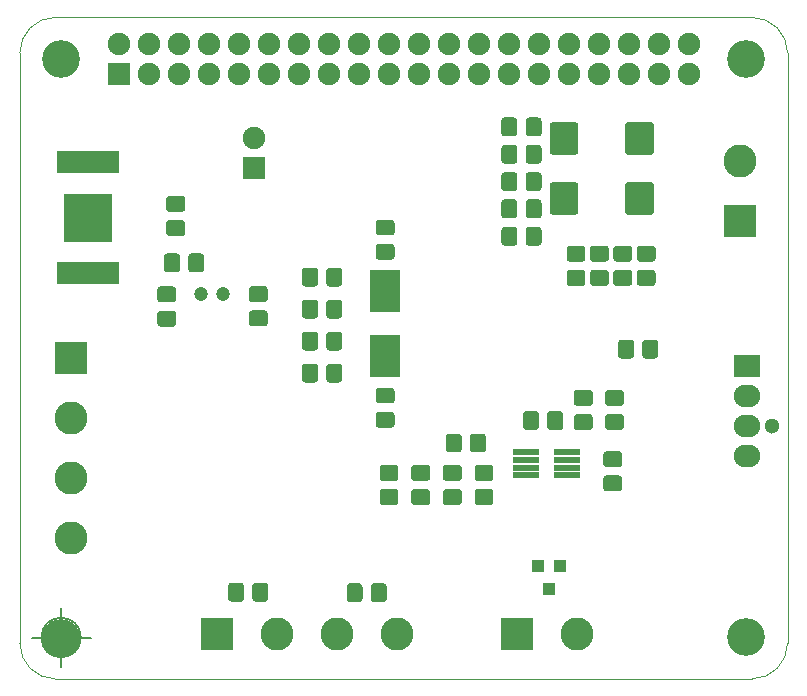
<source format=gbr>
G04 #@! TF.GenerationSoftware,KiCad,Pcbnew,(5.1.5-0-10_14)*
G04 #@! TF.CreationDate,2020-08-15T14:14:15-04:00*
G04 #@! TF.ProjectId,Mimosa-Power-Hat,4d696d6f-7361-42d5-906f-7765722d4861,rev?*
G04 #@! TF.SameCoordinates,PX4e3d4c0PY6c12040*
G04 #@! TF.FileFunction,Soldermask,Bot*
G04 #@! TF.FilePolarity,Negative*
%FSLAX46Y46*%
G04 Gerber Fmt 4.6, Leading zero omitted, Abs format (unit mm)*
G04 Created by KiCad (PCBNEW (5.1.5-0-10_14)) date 2020-08-15 14:14:15*
%MOMM*%
%LPD*%
G04 APERTURE LIST*
%ADD10C,0.150000*%
%ADD11C,0.100000*%
%ADD12C,2.800000*%
%ADD13R,2.800000X2.800000*%
%ADD14C,1.200000*%
%ADD15R,1.000000X1.100000*%
%ADD16R,2.600000X3.525000*%
%ADD17C,1.300000*%
%ADD18O,2.230000X1.930000*%
%ADD19R,2.230000X1.930000*%
%ADD20R,4.160000X4.160000*%
%ADD21R,5.280000X1.980000*%
%ADD22R,2.200000X0.600000*%
%ADD23O,1.900000X1.900000*%
%ADD24R,1.900000X1.900000*%
%ADD25C,3.200000*%
G04 APERTURE END LIST*
D10*
X1666666Y0D02*
G75*
G03X1666666Y0I-1666666J0D01*
G01*
X-2500000Y0D02*
X2500000Y0D01*
X0Y2500000D02*
X0Y-2500000D01*
D11*
X-3493644Y49502389D02*
X-3493644Y-497611D01*
X-3493644Y49502389D02*
G75*
G02X-493644Y52502389I3000000J0D01*
G01*
X58506356Y52502389D02*
X-493644Y52502389D01*
X58506356Y52502389D02*
G75*
G02X61506356Y49502389I0J-3000000D01*
G01*
X61506351Y-502847D02*
X61506356Y49502389D01*
X-493644Y-3497611D02*
G75*
G02X-3493644Y-497611I0J3000000D01*
G01*
X-493644Y-3497611D02*
X58506356Y-3497611D01*
X61506351Y-502847D02*
G75*
G02X58506356Y-3497611I-2999995J5236D01*
G01*
D12*
X865600Y8468800D03*
X865600Y13548800D03*
X865600Y18628800D03*
D13*
X865600Y23708800D03*
D12*
X57492360Y40376280D03*
D13*
X57492360Y35296280D03*
D12*
X43690000Y290000D03*
D13*
X38610000Y290000D03*
D12*
X28450000Y290000D03*
X23370000Y290000D03*
X18290000Y290000D03*
D13*
X13210000Y290000D03*
D14*
X11843400Y29068200D03*
X13743400Y29068200D03*
D15*
X41310000Y4070000D03*
X42260000Y6070000D03*
X40360000Y6070000D03*
D11*
G36*
X21485289Y28605254D02*
G01*
X21513778Y28601028D01*
X21541715Y28594030D01*
X21568832Y28584327D01*
X21594867Y28572014D01*
X21619570Y28557207D01*
X21642703Y28540051D01*
X21664043Y28520710D01*
X21683384Y28499370D01*
X21700540Y28476237D01*
X21715347Y28451534D01*
X21727660Y28425499D01*
X21737363Y28398382D01*
X21744361Y28370445D01*
X21748587Y28341956D01*
X21750000Y28313190D01*
X21750000Y27300144D01*
X21748587Y27271378D01*
X21744361Y27242889D01*
X21737363Y27214952D01*
X21727660Y27187835D01*
X21715347Y27161800D01*
X21700540Y27137097D01*
X21683384Y27113964D01*
X21664043Y27092624D01*
X21642703Y27073283D01*
X21619570Y27056127D01*
X21594867Y27041320D01*
X21568832Y27029007D01*
X21541715Y27019304D01*
X21513778Y27012306D01*
X21485289Y27008080D01*
X21456523Y27006667D01*
X20693477Y27006667D01*
X20664711Y27008080D01*
X20636222Y27012306D01*
X20608285Y27019304D01*
X20581168Y27029007D01*
X20555133Y27041320D01*
X20530430Y27056127D01*
X20507297Y27073283D01*
X20485957Y27092624D01*
X20466616Y27113964D01*
X20449460Y27137097D01*
X20434653Y27161800D01*
X20422340Y27187835D01*
X20412637Y27214952D01*
X20405639Y27242889D01*
X20401413Y27271378D01*
X20400000Y27300144D01*
X20400000Y28313190D01*
X20401413Y28341956D01*
X20405639Y28370445D01*
X20412637Y28398382D01*
X20422340Y28425499D01*
X20434653Y28451534D01*
X20449460Y28476237D01*
X20466616Y28499370D01*
X20485957Y28520710D01*
X20507297Y28540051D01*
X20530430Y28557207D01*
X20555133Y28572014D01*
X20581168Y28584327D01*
X20608285Y28594030D01*
X20636222Y28601028D01*
X20664711Y28605254D01*
X20693477Y28606667D01*
X21456523Y28606667D01*
X21485289Y28605254D01*
G37*
G36*
X23535289Y28605254D02*
G01*
X23563778Y28601028D01*
X23591715Y28594030D01*
X23618832Y28584327D01*
X23644867Y28572014D01*
X23669570Y28557207D01*
X23692703Y28540051D01*
X23714043Y28520710D01*
X23733384Y28499370D01*
X23750540Y28476237D01*
X23765347Y28451534D01*
X23777660Y28425499D01*
X23787363Y28398382D01*
X23794361Y28370445D01*
X23798587Y28341956D01*
X23800000Y28313190D01*
X23800000Y27300144D01*
X23798587Y27271378D01*
X23794361Y27242889D01*
X23787363Y27214952D01*
X23777660Y27187835D01*
X23765347Y27161800D01*
X23750540Y27137097D01*
X23733384Y27113964D01*
X23714043Y27092624D01*
X23692703Y27073283D01*
X23669570Y27056127D01*
X23644867Y27041320D01*
X23618832Y27029007D01*
X23591715Y27019304D01*
X23563778Y27012306D01*
X23535289Y27008080D01*
X23506523Y27006667D01*
X22743477Y27006667D01*
X22714711Y27008080D01*
X22686222Y27012306D01*
X22658285Y27019304D01*
X22631168Y27029007D01*
X22605133Y27041320D01*
X22580430Y27056127D01*
X22557297Y27073283D01*
X22535957Y27092624D01*
X22516616Y27113964D01*
X22499460Y27137097D01*
X22484653Y27161800D01*
X22472340Y27187835D01*
X22462637Y27214952D01*
X22455639Y27242889D01*
X22451413Y27271378D01*
X22450000Y27300144D01*
X22450000Y28313190D01*
X22451413Y28341956D01*
X22455639Y28370445D01*
X22462637Y28398382D01*
X22472340Y28425499D01*
X22484653Y28451534D01*
X22499460Y28476237D01*
X22516616Y28499370D01*
X22535957Y28520710D01*
X22557297Y28540051D01*
X22580430Y28557207D01*
X22605133Y28572014D01*
X22631168Y28584327D01*
X22658285Y28594030D01*
X22686222Y28601028D01*
X22714711Y28605254D01*
X22743477Y28606667D01*
X23506523Y28606667D01*
X23535289Y28605254D01*
G37*
G36*
X21485289Y25895921D02*
G01*
X21513778Y25891695D01*
X21541715Y25884697D01*
X21568832Y25874994D01*
X21594867Y25862681D01*
X21619570Y25847874D01*
X21642703Y25830718D01*
X21664043Y25811377D01*
X21683384Y25790037D01*
X21700540Y25766904D01*
X21715347Y25742201D01*
X21727660Y25716166D01*
X21737363Y25689049D01*
X21744361Y25661112D01*
X21748587Y25632623D01*
X21750000Y25603857D01*
X21750000Y24590811D01*
X21748587Y24562045D01*
X21744361Y24533556D01*
X21737363Y24505619D01*
X21727660Y24478502D01*
X21715347Y24452467D01*
X21700540Y24427764D01*
X21683384Y24404631D01*
X21664043Y24383291D01*
X21642703Y24363950D01*
X21619570Y24346794D01*
X21594867Y24331987D01*
X21568832Y24319674D01*
X21541715Y24309971D01*
X21513778Y24302973D01*
X21485289Y24298747D01*
X21456523Y24297334D01*
X20693477Y24297334D01*
X20664711Y24298747D01*
X20636222Y24302973D01*
X20608285Y24309971D01*
X20581168Y24319674D01*
X20555133Y24331987D01*
X20530430Y24346794D01*
X20507297Y24363950D01*
X20485957Y24383291D01*
X20466616Y24404631D01*
X20449460Y24427764D01*
X20434653Y24452467D01*
X20422340Y24478502D01*
X20412637Y24505619D01*
X20405639Y24533556D01*
X20401413Y24562045D01*
X20400000Y24590811D01*
X20400000Y25603857D01*
X20401413Y25632623D01*
X20405639Y25661112D01*
X20412637Y25689049D01*
X20422340Y25716166D01*
X20434653Y25742201D01*
X20449460Y25766904D01*
X20466616Y25790037D01*
X20485957Y25811377D01*
X20507297Y25830718D01*
X20530430Y25847874D01*
X20555133Y25862681D01*
X20581168Y25874994D01*
X20608285Y25884697D01*
X20636222Y25891695D01*
X20664711Y25895921D01*
X20693477Y25897334D01*
X21456523Y25897334D01*
X21485289Y25895921D01*
G37*
G36*
X23535289Y25895921D02*
G01*
X23563778Y25891695D01*
X23591715Y25884697D01*
X23618832Y25874994D01*
X23644867Y25862681D01*
X23669570Y25847874D01*
X23692703Y25830718D01*
X23714043Y25811377D01*
X23733384Y25790037D01*
X23750540Y25766904D01*
X23765347Y25742201D01*
X23777660Y25716166D01*
X23787363Y25689049D01*
X23794361Y25661112D01*
X23798587Y25632623D01*
X23800000Y25603857D01*
X23800000Y24590811D01*
X23798587Y24562045D01*
X23794361Y24533556D01*
X23787363Y24505619D01*
X23777660Y24478502D01*
X23765347Y24452467D01*
X23750540Y24427764D01*
X23733384Y24404631D01*
X23714043Y24383291D01*
X23692703Y24363950D01*
X23669570Y24346794D01*
X23644867Y24331987D01*
X23618832Y24319674D01*
X23591715Y24309971D01*
X23563778Y24302973D01*
X23535289Y24298747D01*
X23506523Y24297334D01*
X22743477Y24297334D01*
X22714711Y24298747D01*
X22686222Y24302973D01*
X22658285Y24309971D01*
X22631168Y24319674D01*
X22605133Y24331987D01*
X22580430Y24346794D01*
X22557297Y24363950D01*
X22535957Y24383291D01*
X22516616Y24404631D01*
X22499460Y24427764D01*
X22484653Y24452467D01*
X22472340Y24478502D01*
X22462637Y24505619D01*
X22455639Y24533556D01*
X22451413Y24562045D01*
X22450000Y24590811D01*
X22450000Y25603857D01*
X22451413Y25632623D01*
X22455639Y25661112D01*
X22462637Y25689049D01*
X22472340Y25716166D01*
X22484653Y25742201D01*
X22499460Y25766904D01*
X22516616Y25790037D01*
X22535957Y25811377D01*
X22557297Y25830718D01*
X22580430Y25847874D01*
X22605133Y25862681D01*
X22631168Y25874994D01*
X22658285Y25884697D01*
X22686222Y25891695D01*
X22714711Y25895921D01*
X22743477Y25897334D01*
X23506523Y25897334D01*
X23535289Y25895921D01*
G37*
G36*
X21485289Y23186587D02*
G01*
X21513778Y23182361D01*
X21541715Y23175363D01*
X21568832Y23165660D01*
X21594867Y23153347D01*
X21619570Y23138540D01*
X21642703Y23121384D01*
X21664043Y23102043D01*
X21683384Y23080703D01*
X21700540Y23057570D01*
X21715347Y23032867D01*
X21727660Y23006832D01*
X21737363Y22979715D01*
X21744361Y22951778D01*
X21748587Y22923289D01*
X21750000Y22894523D01*
X21750000Y21881477D01*
X21748587Y21852711D01*
X21744361Y21824222D01*
X21737363Y21796285D01*
X21727660Y21769168D01*
X21715347Y21743133D01*
X21700540Y21718430D01*
X21683384Y21695297D01*
X21664043Y21673957D01*
X21642703Y21654616D01*
X21619570Y21637460D01*
X21594867Y21622653D01*
X21568832Y21610340D01*
X21541715Y21600637D01*
X21513778Y21593639D01*
X21485289Y21589413D01*
X21456523Y21588000D01*
X20693477Y21588000D01*
X20664711Y21589413D01*
X20636222Y21593639D01*
X20608285Y21600637D01*
X20581168Y21610340D01*
X20555133Y21622653D01*
X20530430Y21637460D01*
X20507297Y21654616D01*
X20485957Y21673957D01*
X20466616Y21695297D01*
X20449460Y21718430D01*
X20434653Y21743133D01*
X20422340Y21769168D01*
X20412637Y21796285D01*
X20405639Y21824222D01*
X20401413Y21852711D01*
X20400000Y21881477D01*
X20400000Y22894523D01*
X20401413Y22923289D01*
X20405639Y22951778D01*
X20412637Y22979715D01*
X20422340Y23006832D01*
X20434653Y23032867D01*
X20449460Y23057570D01*
X20466616Y23080703D01*
X20485957Y23102043D01*
X20507297Y23121384D01*
X20530430Y23138540D01*
X20555133Y23153347D01*
X20581168Y23165660D01*
X20608285Y23175363D01*
X20636222Y23182361D01*
X20664711Y23186587D01*
X20693477Y23188000D01*
X21456523Y23188000D01*
X21485289Y23186587D01*
G37*
G36*
X23535289Y23186587D02*
G01*
X23563778Y23182361D01*
X23591715Y23175363D01*
X23618832Y23165660D01*
X23644867Y23153347D01*
X23669570Y23138540D01*
X23692703Y23121384D01*
X23714043Y23102043D01*
X23733384Y23080703D01*
X23750540Y23057570D01*
X23765347Y23032867D01*
X23777660Y23006832D01*
X23787363Y22979715D01*
X23794361Y22951778D01*
X23798587Y22923289D01*
X23800000Y22894523D01*
X23800000Y21881477D01*
X23798587Y21852711D01*
X23794361Y21824222D01*
X23787363Y21796285D01*
X23777660Y21769168D01*
X23765347Y21743133D01*
X23750540Y21718430D01*
X23733384Y21695297D01*
X23714043Y21673957D01*
X23692703Y21654616D01*
X23669570Y21637460D01*
X23644867Y21622653D01*
X23618832Y21610340D01*
X23591715Y21600637D01*
X23563778Y21593639D01*
X23535289Y21589413D01*
X23506523Y21588000D01*
X22743477Y21588000D01*
X22714711Y21589413D01*
X22686222Y21593639D01*
X22658285Y21600637D01*
X22631168Y21610340D01*
X22605133Y21622653D01*
X22580430Y21637460D01*
X22557297Y21654616D01*
X22535957Y21673957D01*
X22516616Y21695297D01*
X22499460Y21718430D01*
X22484653Y21743133D01*
X22472340Y21769168D01*
X22462637Y21796285D01*
X22455639Y21824222D01*
X22451413Y21852711D01*
X22450000Y21881477D01*
X22450000Y22894523D01*
X22451413Y22923289D01*
X22455639Y22951778D01*
X22462637Y22979715D01*
X22472340Y23006832D01*
X22484653Y23032867D01*
X22499460Y23057570D01*
X22516616Y23080703D01*
X22535957Y23102043D01*
X22557297Y23121384D01*
X22580430Y23138540D01*
X22605133Y23153347D01*
X22631168Y23165660D01*
X22658285Y23175363D01*
X22686222Y23182361D01*
X22714711Y23186587D01*
X22743477Y23188000D01*
X23506523Y23188000D01*
X23535289Y23186587D01*
G37*
G36*
X50295289Y25218587D02*
G01*
X50323778Y25214361D01*
X50351715Y25207363D01*
X50378832Y25197660D01*
X50404867Y25185347D01*
X50429570Y25170540D01*
X50452703Y25153384D01*
X50474043Y25134043D01*
X50493384Y25112703D01*
X50510540Y25089570D01*
X50525347Y25064867D01*
X50537660Y25038832D01*
X50547363Y25011715D01*
X50554361Y24983778D01*
X50558587Y24955289D01*
X50560000Y24926523D01*
X50560000Y23913477D01*
X50558587Y23884711D01*
X50554361Y23856222D01*
X50547363Y23828285D01*
X50537660Y23801168D01*
X50525347Y23775133D01*
X50510540Y23750430D01*
X50493384Y23727297D01*
X50474043Y23705957D01*
X50452703Y23686616D01*
X50429570Y23669460D01*
X50404867Y23654653D01*
X50378832Y23642340D01*
X50351715Y23632637D01*
X50323778Y23625639D01*
X50295289Y23621413D01*
X50266523Y23620000D01*
X49503477Y23620000D01*
X49474711Y23621413D01*
X49446222Y23625639D01*
X49418285Y23632637D01*
X49391168Y23642340D01*
X49365133Y23654653D01*
X49340430Y23669460D01*
X49317297Y23686616D01*
X49295957Y23705957D01*
X49276616Y23727297D01*
X49259460Y23750430D01*
X49244653Y23775133D01*
X49232340Y23801168D01*
X49222637Y23828285D01*
X49215639Y23856222D01*
X49211413Y23884711D01*
X49210000Y23913477D01*
X49210000Y24926523D01*
X49211413Y24955289D01*
X49215639Y24983778D01*
X49222637Y25011715D01*
X49232340Y25038832D01*
X49244653Y25064867D01*
X49259460Y25089570D01*
X49276616Y25112703D01*
X49295957Y25134043D01*
X49317297Y25153384D01*
X49340430Y25170540D01*
X49365133Y25185347D01*
X49391168Y25197660D01*
X49418285Y25207363D01*
X49446222Y25214361D01*
X49474711Y25218587D01*
X49503477Y25220000D01*
X50266523Y25220000D01*
X50295289Y25218587D01*
G37*
G36*
X48245289Y25218587D02*
G01*
X48273778Y25214361D01*
X48301715Y25207363D01*
X48328832Y25197660D01*
X48354867Y25185347D01*
X48379570Y25170540D01*
X48402703Y25153384D01*
X48424043Y25134043D01*
X48443384Y25112703D01*
X48460540Y25089570D01*
X48475347Y25064867D01*
X48487660Y25038832D01*
X48497363Y25011715D01*
X48504361Y24983778D01*
X48508587Y24955289D01*
X48510000Y24926523D01*
X48510000Y23913477D01*
X48508587Y23884711D01*
X48504361Y23856222D01*
X48497363Y23828285D01*
X48487660Y23801168D01*
X48475347Y23775133D01*
X48460540Y23750430D01*
X48443384Y23727297D01*
X48424043Y23705957D01*
X48402703Y23686616D01*
X48379570Y23669460D01*
X48354867Y23654653D01*
X48328832Y23642340D01*
X48301715Y23632637D01*
X48273778Y23625639D01*
X48245289Y23621413D01*
X48216523Y23620000D01*
X47453477Y23620000D01*
X47424711Y23621413D01*
X47396222Y23625639D01*
X47368285Y23632637D01*
X47341168Y23642340D01*
X47315133Y23654653D01*
X47290430Y23669460D01*
X47267297Y23686616D01*
X47245957Y23705957D01*
X47226616Y23727297D01*
X47209460Y23750430D01*
X47194653Y23775133D01*
X47182340Y23801168D01*
X47172637Y23828285D01*
X47165639Y23856222D01*
X47161413Y23884711D01*
X47160000Y23913477D01*
X47160000Y24926523D01*
X47161413Y24955289D01*
X47165639Y24983778D01*
X47172637Y25011715D01*
X47182340Y25038832D01*
X47194653Y25064867D01*
X47209460Y25089570D01*
X47226616Y25112703D01*
X47245957Y25134043D01*
X47267297Y25153384D01*
X47290430Y25170540D01*
X47315133Y25185347D01*
X47341168Y25197660D01*
X47368285Y25207363D01*
X47396222Y25214361D01*
X47424711Y25218587D01*
X47453477Y25220000D01*
X48216523Y25220000D01*
X48245289Y25218587D01*
G37*
G36*
X33661955Y12568587D02*
G01*
X33690444Y12564361D01*
X33718381Y12557363D01*
X33745498Y12547660D01*
X33771533Y12535347D01*
X33796236Y12520540D01*
X33819369Y12503384D01*
X33840709Y12484043D01*
X33860050Y12462703D01*
X33877206Y12439570D01*
X33892013Y12414867D01*
X33904326Y12388832D01*
X33914029Y12361715D01*
X33921027Y12333778D01*
X33925253Y12305289D01*
X33926666Y12276523D01*
X33926666Y11513477D01*
X33925253Y11484711D01*
X33921027Y11456222D01*
X33914029Y11428285D01*
X33904326Y11401168D01*
X33892013Y11375133D01*
X33877206Y11350430D01*
X33860050Y11327297D01*
X33840709Y11305957D01*
X33819369Y11286616D01*
X33796236Y11269460D01*
X33771533Y11254653D01*
X33745498Y11242340D01*
X33718381Y11232637D01*
X33690444Y11225639D01*
X33661955Y11221413D01*
X33633189Y11220000D01*
X32620143Y11220000D01*
X32591377Y11221413D01*
X32562888Y11225639D01*
X32534951Y11232637D01*
X32507834Y11242340D01*
X32481799Y11254653D01*
X32457096Y11269460D01*
X32433963Y11286616D01*
X32412623Y11305957D01*
X32393282Y11327297D01*
X32376126Y11350430D01*
X32361319Y11375133D01*
X32349006Y11401168D01*
X32339303Y11428285D01*
X32332305Y11456222D01*
X32328079Y11484711D01*
X32326666Y11513477D01*
X32326666Y12276523D01*
X32328079Y12305289D01*
X32332305Y12333778D01*
X32339303Y12361715D01*
X32349006Y12388832D01*
X32361319Y12414867D01*
X32376126Y12439570D01*
X32393282Y12462703D01*
X32412623Y12484043D01*
X32433963Y12503384D01*
X32457096Y12520540D01*
X32481799Y12535347D01*
X32507834Y12547660D01*
X32534951Y12557363D01*
X32562888Y12564361D01*
X32591377Y12568587D01*
X32620143Y12570000D01*
X33633189Y12570000D01*
X33661955Y12568587D01*
G37*
G36*
X33661955Y14618587D02*
G01*
X33690444Y14614361D01*
X33718381Y14607363D01*
X33745498Y14597660D01*
X33771533Y14585347D01*
X33796236Y14570540D01*
X33819369Y14553384D01*
X33840709Y14534043D01*
X33860050Y14512703D01*
X33877206Y14489570D01*
X33892013Y14464867D01*
X33904326Y14438832D01*
X33914029Y14411715D01*
X33921027Y14383778D01*
X33925253Y14355289D01*
X33926666Y14326523D01*
X33926666Y13563477D01*
X33925253Y13534711D01*
X33921027Y13506222D01*
X33914029Y13478285D01*
X33904326Y13451168D01*
X33892013Y13425133D01*
X33877206Y13400430D01*
X33860050Y13377297D01*
X33840709Y13355957D01*
X33819369Y13336616D01*
X33796236Y13319460D01*
X33771533Y13304653D01*
X33745498Y13292340D01*
X33718381Y13282637D01*
X33690444Y13275639D01*
X33661955Y13271413D01*
X33633189Y13270000D01*
X32620143Y13270000D01*
X32591377Y13271413D01*
X32562888Y13275639D01*
X32534951Y13282637D01*
X32507834Y13292340D01*
X32481799Y13304653D01*
X32457096Y13319460D01*
X32433963Y13336616D01*
X32412623Y13355957D01*
X32393282Y13377297D01*
X32376126Y13400430D01*
X32361319Y13425133D01*
X32349006Y13451168D01*
X32339303Y13478285D01*
X32332305Y13506222D01*
X32328079Y13534711D01*
X32326666Y13563477D01*
X32326666Y14326523D01*
X32328079Y14355289D01*
X32332305Y14383778D01*
X32339303Y14411715D01*
X32349006Y14438832D01*
X32361319Y14464867D01*
X32376126Y14489570D01*
X32393282Y14512703D01*
X32412623Y14534043D01*
X32433963Y14553384D01*
X32457096Y14570540D01*
X32481799Y14585347D01*
X32507834Y14597660D01*
X32534951Y14607363D01*
X32562888Y14614361D01*
X32591377Y14618587D01*
X32620143Y14620000D01*
X33633189Y14620000D01*
X33661955Y14618587D01*
G37*
G36*
X30978622Y12568587D02*
G01*
X31007111Y12564361D01*
X31035048Y12557363D01*
X31062165Y12547660D01*
X31088200Y12535347D01*
X31112903Y12520540D01*
X31136036Y12503384D01*
X31157376Y12484043D01*
X31176717Y12462703D01*
X31193873Y12439570D01*
X31208680Y12414867D01*
X31220993Y12388832D01*
X31230696Y12361715D01*
X31237694Y12333778D01*
X31241920Y12305289D01*
X31243333Y12276523D01*
X31243333Y11513477D01*
X31241920Y11484711D01*
X31237694Y11456222D01*
X31230696Y11428285D01*
X31220993Y11401168D01*
X31208680Y11375133D01*
X31193873Y11350430D01*
X31176717Y11327297D01*
X31157376Y11305957D01*
X31136036Y11286616D01*
X31112903Y11269460D01*
X31088200Y11254653D01*
X31062165Y11242340D01*
X31035048Y11232637D01*
X31007111Y11225639D01*
X30978622Y11221413D01*
X30949856Y11220000D01*
X29936810Y11220000D01*
X29908044Y11221413D01*
X29879555Y11225639D01*
X29851618Y11232637D01*
X29824501Y11242340D01*
X29798466Y11254653D01*
X29773763Y11269460D01*
X29750630Y11286616D01*
X29729290Y11305957D01*
X29709949Y11327297D01*
X29692793Y11350430D01*
X29677986Y11375133D01*
X29665673Y11401168D01*
X29655970Y11428285D01*
X29648972Y11456222D01*
X29644746Y11484711D01*
X29643333Y11513477D01*
X29643333Y12276523D01*
X29644746Y12305289D01*
X29648972Y12333778D01*
X29655970Y12361715D01*
X29665673Y12388832D01*
X29677986Y12414867D01*
X29692793Y12439570D01*
X29709949Y12462703D01*
X29729290Y12484043D01*
X29750630Y12503384D01*
X29773763Y12520540D01*
X29798466Y12535347D01*
X29824501Y12547660D01*
X29851618Y12557363D01*
X29879555Y12564361D01*
X29908044Y12568587D01*
X29936810Y12570000D01*
X30949856Y12570000D01*
X30978622Y12568587D01*
G37*
G36*
X30978622Y14618587D02*
G01*
X31007111Y14614361D01*
X31035048Y14607363D01*
X31062165Y14597660D01*
X31088200Y14585347D01*
X31112903Y14570540D01*
X31136036Y14553384D01*
X31157376Y14534043D01*
X31176717Y14512703D01*
X31193873Y14489570D01*
X31208680Y14464867D01*
X31220993Y14438832D01*
X31230696Y14411715D01*
X31237694Y14383778D01*
X31241920Y14355289D01*
X31243333Y14326523D01*
X31243333Y13563477D01*
X31241920Y13534711D01*
X31237694Y13506222D01*
X31230696Y13478285D01*
X31220993Y13451168D01*
X31208680Y13425133D01*
X31193873Y13400430D01*
X31176717Y13377297D01*
X31157376Y13355957D01*
X31136036Y13336616D01*
X31112903Y13319460D01*
X31088200Y13304653D01*
X31062165Y13292340D01*
X31035048Y13282637D01*
X31007111Y13275639D01*
X30978622Y13271413D01*
X30949856Y13270000D01*
X29936810Y13270000D01*
X29908044Y13271413D01*
X29879555Y13275639D01*
X29851618Y13282637D01*
X29824501Y13292340D01*
X29798466Y13304653D01*
X29773763Y13319460D01*
X29750630Y13336616D01*
X29729290Y13355957D01*
X29709949Y13377297D01*
X29692793Y13400430D01*
X29677986Y13425133D01*
X29665673Y13451168D01*
X29655970Y13478285D01*
X29648972Y13506222D01*
X29644746Y13534711D01*
X29643333Y13563477D01*
X29643333Y14326523D01*
X29644746Y14355289D01*
X29648972Y14383778D01*
X29655970Y14411715D01*
X29665673Y14438832D01*
X29677986Y14464867D01*
X29692793Y14489570D01*
X29709949Y14512703D01*
X29729290Y14534043D01*
X29750630Y14553384D01*
X29773763Y14570540D01*
X29798466Y14585347D01*
X29824501Y14597660D01*
X29851618Y14607363D01*
X29879555Y14614361D01*
X29908044Y14618587D01*
X29936810Y14620000D01*
X30949856Y14620000D01*
X30978622Y14618587D01*
G37*
G36*
X27305589Y4588707D02*
G01*
X27334078Y4584481D01*
X27362015Y4577483D01*
X27389132Y4567780D01*
X27415167Y4555467D01*
X27439870Y4540660D01*
X27463003Y4523504D01*
X27484343Y4504163D01*
X27503684Y4482823D01*
X27520840Y4459690D01*
X27535647Y4434987D01*
X27547960Y4408952D01*
X27557663Y4381835D01*
X27564661Y4353898D01*
X27568887Y4325409D01*
X27570300Y4296643D01*
X27570300Y3283597D01*
X27568887Y3254831D01*
X27564661Y3226342D01*
X27557663Y3198405D01*
X27547960Y3171288D01*
X27535647Y3145253D01*
X27520840Y3120550D01*
X27503684Y3097417D01*
X27484343Y3076077D01*
X27463003Y3056736D01*
X27439870Y3039580D01*
X27415167Y3024773D01*
X27389132Y3012460D01*
X27362015Y3002757D01*
X27334078Y2995759D01*
X27305589Y2991533D01*
X27276823Y2990120D01*
X26513777Y2990120D01*
X26485011Y2991533D01*
X26456522Y2995759D01*
X26428585Y3002757D01*
X26401468Y3012460D01*
X26375433Y3024773D01*
X26350730Y3039580D01*
X26327597Y3056736D01*
X26306257Y3076077D01*
X26286916Y3097417D01*
X26269760Y3120550D01*
X26254953Y3145253D01*
X26242640Y3171288D01*
X26232937Y3198405D01*
X26225939Y3226342D01*
X26221713Y3254831D01*
X26220300Y3283597D01*
X26220300Y4296643D01*
X26221713Y4325409D01*
X26225939Y4353898D01*
X26232937Y4381835D01*
X26242640Y4408952D01*
X26254953Y4434987D01*
X26269760Y4459690D01*
X26286916Y4482823D01*
X26306257Y4504163D01*
X26327597Y4523504D01*
X26350730Y4540660D01*
X26375433Y4555467D01*
X26401468Y4567780D01*
X26428585Y4577483D01*
X26456522Y4584481D01*
X26485011Y4588707D01*
X26513777Y4590120D01*
X27276823Y4590120D01*
X27305589Y4588707D01*
G37*
G36*
X25255589Y4588707D02*
G01*
X25284078Y4584481D01*
X25312015Y4577483D01*
X25339132Y4567780D01*
X25365167Y4555467D01*
X25389870Y4540660D01*
X25413003Y4523504D01*
X25434343Y4504163D01*
X25453684Y4482823D01*
X25470840Y4459690D01*
X25485647Y4434987D01*
X25497960Y4408952D01*
X25507663Y4381835D01*
X25514661Y4353898D01*
X25518887Y4325409D01*
X25520300Y4296643D01*
X25520300Y3283597D01*
X25518887Y3254831D01*
X25514661Y3226342D01*
X25507663Y3198405D01*
X25497960Y3171288D01*
X25485647Y3145253D01*
X25470840Y3120550D01*
X25453684Y3097417D01*
X25434343Y3076077D01*
X25413003Y3056736D01*
X25389870Y3039580D01*
X25365167Y3024773D01*
X25339132Y3012460D01*
X25312015Y3002757D01*
X25284078Y2995759D01*
X25255589Y2991533D01*
X25226823Y2990120D01*
X24463777Y2990120D01*
X24435011Y2991533D01*
X24406522Y2995759D01*
X24378585Y3002757D01*
X24351468Y3012460D01*
X24325433Y3024773D01*
X24300730Y3039580D01*
X24277597Y3056736D01*
X24256257Y3076077D01*
X24236916Y3097417D01*
X24219760Y3120550D01*
X24204953Y3145253D01*
X24192640Y3171288D01*
X24182937Y3198405D01*
X24175939Y3226342D01*
X24171713Y3254831D01*
X24170300Y3283597D01*
X24170300Y4296643D01*
X24171713Y4325409D01*
X24175939Y4353898D01*
X24182937Y4381835D01*
X24192640Y4408952D01*
X24204953Y4434987D01*
X24219760Y4459690D01*
X24236916Y4482823D01*
X24256257Y4504163D01*
X24277597Y4523504D01*
X24300730Y4540660D01*
X24325433Y4555467D01*
X24351468Y4567780D01*
X24378585Y4577483D01*
X24406522Y4584481D01*
X24435011Y4588707D01*
X24463777Y4590120D01*
X25226823Y4590120D01*
X25255589Y4588707D01*
G37*
G36*
X21485289Y31314587D02*
G01*
X21513778Y31310361D01*
X21541715Y31303363D01*
X21568832Y31293660D01*
X21594867Y31281347D01*
X21619570Y31266540D01*
X21642703Y31249384D01*
X21664043Y31230043D01*
X21683384Y31208703D01*
X21700540Y31185570D01*
X21715347Y31160867D01*
X21727660Y31134832D01*
X21737363Y31107715D01*
X21744361Y31079778D01*
X21748587Y31051289D01*
X21750000Y31022523D01*
X21750000Y30009477D01*
X21748587Y29980711D01*
X21744361Y29952222D01*
X21737363Y29924285D01*
X21727660Y29897168D01*
X21715347Y29871133D01*
X21700540Y29846430D01*
X21683384Y29823297D01*
X21664043Y29801957D01*
X21642703Y29782616D01*
X21619570Y29765460D01*
X21594867Y29750653D01*
X21568832Y29738340D01*
X21541715Y29728637D01*
X21513778Y29721639D01*
X21485289Y29717413D01*
X21456523Y29716000D01*
X20693477Y29716000D01*
X20664711Y29717413D01*
X20636222Y29721639D01*
X20608285Y29728637D01*
X20581168Y29738340D01*
X20555133Y29750653D01*
X20530430Y29765460D01*
X20507297Y29782616D01*
X20485957Y29801957D01*
X20466616Y29823297D01*
X20449460Y29846430D01*
X20434653Y29871133D01*
X20422340Y29897168D01*
X20412637Y29924285D01*
X20405639Y29952222D01*
X20401413Y29980711D01*
X20400000Y30009477D01*
X20400000Y31022523D01*
X20401413Y31051289D01*
X20405639Y31079778D01*
X20412637Y31107715D01*
X20422340Y31134832D01*
X20434653Y31160867D01*
X20449460Y31185570D01*
X20466616Y31208703D01*
X20485957Y31230043D01*
X20507297Y31249384D01*
X20530430Y31266540D01*
X20555133Y31281347D01*
X20581168Y31293660D01*
X20608285Y31303363D01*
X20636222Y31310361D01*
X20664711Y31314587D01*
X20693477Y31316000D01*
X21456523Y31316000D01*
X21485289Y31314587D01*
G37*
G36*
X23535289Y31314587D02*
G01*
X23563778Y31310361D01*
X23591715Y31303363D01*
X23618832Y31293660D01*
X23644867Y31281347D01*
X23669570Y31266540D01*
X23692703Y31249384D01*
X23714043Y31230043D01*
X23733384Y31208703D01*
X23750540Y31185570D01*
X23765347Y31160867D01*
X23777660Y31134832D01*
X23787363Y31107715D01*
X23794361Y31079778D01*
X23798587Y31051289D01*
X23800000Y31022523D01*
X23800000Y30009477D01*
X23798587Y29980711D01*
X23794361Y29952222D01*
X23787363Y29924285D01*
X23777660Y29897168D01*
X23765347Y29871133D01*
X23750540Y29846430D01*
X23733384Y29823297D01*
X23714043Y29801957D01*
X23692703Y29782616D01*
X23669570Y29765460D01*
X23644867Y29750653D01*
X23618832Y29738340D01*
X23591715Y29728637D01*
X23563778Y29721639D01*
X23535289Y29717413D01*
X23506523Y29716000D01*
X22743477Y29716000D01*
X22714711Y29717413D01*
X22686222Y29721639D01*
X22658285Y29728637D01*
X22631168Y29738340D01*
X22605133Y29750653D01*
X22580430Y29765460D01*
X22557297Y29782616D01*
X22535957Y29801957D01*
X22516616Y29823297D01*
X22499460Y29846430D01*
X22484653Y29871133D01*
X22472340Y29897168D01*
X22462637Y29924285D01*
X22455639Y29952222D01*
X22451413Y29980711D01*
X22450000Y30009477D01*
X22450000Y31022523D01*
X22451413Y31051289D01*
X22455639Y31079778D01*
X22462637Y31107715D01*
X22472340Y31134832D01*
X22484653Y31160867D01*
X22499460Y31185570D01*
X22516616Y31208703D01*
X22535957Y31230043D01*
X22557297Y31249384D01*
X22580430Y31266540D01*
X22605133Y31281347D01*
X22631168Y31293660D01*
X22658285Y31303363D01*
X22686222Y31310361D01*
X22714711Y31314587D01*
X22743477Y31316000D01*
X23506523Y31316000D01*
X23535289Y31314587D01*
G37*
G36*
X17277669Y4639507D02*
G01*
X17306158Y4635281D01*
X17334095Y4628283D01*
X17361212Y4618580D01*
X17387247Y4606267D01*
X17411950Y4591460D01*
X17435083Y4574304D01*
X17456423Y4554963D01*
X17475764Y4533623D01*
X17492920Y4510490D01*
X17507727Y4485787D01*
X17520040Y4459752D01*
X17529743Y4432635D01*
X17536741Y4404698D01*
X17540967Y4376209D01*
X17542380Y4347443D01*
X17542380Y3334397D01*
X17540967Y3305631D01*
X17536741Y3277142D01*
X17529743Y3249205D01*
X17520040Y3222088D01*
X17507727Y3196053D01*
X17492920Y3171350D01*
X17475764Y3148217D01*
X17456423Y3126877D01*
X17435083Y3107536D01*
X17411950Y3090380D01*
X17387247Y3075573D01*
X17361212Y3063260D01*
X17334095Y3053557D01*
X17306158Y3046559D01*
X17277669Y3042333D01*
X17248903Y3040920D01*
X16485857Y3040920D01*
X16457091Y3042333D01*
X16428602Y3046559D01*
X16400665Y3053557D01*
X16373548Y3063260D01*
X16347513Y3075573D01*
X16322810Y3090380D01*
X16299677Y3107536D01*
X16278337Y3126877D01*
X16258996Y3148217D01*
X16241840Y3171350D01*
X16227033Y3196053D01*
X16214720Y3222088D01*
X16205017Y3249205D01*
X16198019Y3277142D01*
X16193793Y3305631D01*
X16192380Y3334397D01*
X16192380Y4347443D01*
X16193793Y4376209D01*
X16198019Y4404698D01*
X16205017Y4432635D01*
X16214720Y4459752D01*
X16227033Y4485787D01*
X16241840Y4510490D01*
X16258996Y4533623D01*
X16278337Y4554963D01*
X16299677Y4574304D01*
X16322810Y4591460D01*
X16347513Y4606267D01*
X16373548Y4618580D01*
X16400665Y4628283D01*
X16428602Y4635281D01*
X16457091Y4639507D01*
X16485857Y4640920D01*
X17248903Y4640920D01*
X17277669Y4639507D01*
G37*
G36*
X15227669Y4639507D02*
G01*
X15256158Y4635281D01*
X15284095Y4628283D01*
X15311212Y4618580D01*
X15337247Y4606267D01*
X15361950Y4591460D01*
X15385083Y4574304D01*
X15406423Y4554963D01*
X15425764Y4533623D01*
X15442920Y4510490D01*
X15457727Y4485787D01*
X15470040Y4459752D01*
X15479743Y4432635D01*
X15486741Y4404698D01*
X15490967Y4376209D01*
X15492380Y4347443D01*
X15492380Y3334397D01*
X15490967Y3305631D01*
X15486741Y3277142D01*
X15479743Y3249205D01*
X15470040Y3222088D01*
X15457727Y3196053D01*
X15442920Y3171350D01*
X15425764Y3148217D01*
X15406423Y3126877D01*
X15385083Y3107536D01*
X15361950Y3090380D01*
X15337247Y3075573D01*
X15311212Y3063260D01*
X15284095Y3053557D01*
X15256158Y3046559D01*
X15227669Y3042333D01*
X15198903Y3040920D01*
X14435857Y3040920D01*
X14407091Y3042333D01*
X14378602Y3046559D01*
X14350665Y3053557D01*
X14323548Y3063260D01*
X14297513Y3075573D01*
X14272810Y3090380D01*
X14249677Y3107536D01*
X14228337Y3126877D01*
X14208996Y3148217D01*
X14191840Y3171350D01*
X14177033Y3196053D01*
X14164720Y3222088D01*
X14155017Y3249205D01*
X14148019Y3277142D01*
X14143793Y3305631D01*
X14142380Y3334397D01*
X14142380Y4347443D01*
X14143793Y4376209D01*
X14148019Y4404698D01*
X14155017Y4432635D01*
X14164720Y4459752D01*
X14177033Y4485787D01*
X14191840Y4510490D01*
X14208996Y4533623D01*
X14228337Y4554963D01*
X14249677Y4574304D01*
X14272810Y4591460D01*
X14297513Y4606267D01*
X14323548Y4618580D01*
X14350665Y4628283D01*
X14378602Y4635281D01*
X14407091Y4639507D01*
X14435857Y4640920D01*
X15198903Y4640920D01*
X15227669Y4639507D01*
G37*
G36*
X40195289Y19168587D02*
G01*
X40223778Y19164361D01*
X40251715Y19157363D01*
X40278832Y19147660D01*
X40304867Y19135347D01*
X40329570Y19120540D01*
X40352703Y19103384D01*
X40374043Y19084043D01*
X40393384Y19062703D01*
X40410540Y19039570D01*
X40425347Y19014867D01*
X40437660Y18988832D01*
X40447363Y18961715D01*
X40454361Y18933778D01*
X40458587Y18905289D01*
X40460000Y18876523D01*
X40460000Y17863477D01*
X40458587Y17834711D01*
X40454361Y17806222D01*
X40447363Y17778285D01*
X40437660Y17751168D01*
X40425347Y17725133D01*
X40410540Y17700430D01*
X40393384Y17677297D01*
X40374043Y17655957D01*
X40352703Y17636616D01*
X40329570Y17619460D01*
X40304867Y17604653D01*
X40278832Y17592340D01*
X40251715Y17582637D01*
X40223778Y17575639D01*
X40195289Y17571413D01*
X40166523Y17570000D01*
X39403477Y17570000D01*
X39374711Y17571413D01*
X39346222Y17575639D01*
X39318285Y17582637D01*
X39291168Y17592340D01*
X39265133Y17604653D01*
X39240430Y17619460D01*
X39217297Y17636616D01*
X39195957Y17655957D01*
X39176616Y17677297D01*
X39159460Y17700430D01*
X39144653Y17725133D01*
X39132340Y17751168D01*
X39122637Y17778285D01*
X39115639Y17806222D01*
X39111413Y17834711D01*
X39110000Y17863477D01*
X39110000Y18876523D01*
X39111413Y18905289D01*
X39115639Y18933778D01*
X39122637Y18961715D01*
X39132340Y18988832D01*
X39144653Y19014867D01*
X39159460Y19039570D01*
X39176616Y19062703D01*
X39195957Y19084043D01*
X39217297Y19103384D01*
X39240430Y19120540D01*
X39265133Y19135347D01*
X39291168Y19147660D01*
X39318285Y19157363D01*
X39346222Y19164361D01*
X39374711Y19168587D01*
X39403477Y19170000D01*
X40166523Y19170000D01*
X40195289Y19168587D01*
G37*
G36*
X42245289Y19168587D02*
G01*
X42273778Y19164361D01*
X42301715Y19157363D01*
X42328832Y19147660D01*
X42354867Y19135347D01*
X42379570Y19120540D01*
X42402703Y19103384D01*
X42424043Y19084043D01*
X42443384Y19062703D01*
X42460540Y19039570D01*
X42475347Y19014867D01*
X42487660Y18988832D01*
X42497363Y18961715D01*
X42504361Y18933778D01*
X42508587Y18905289D01*
X42510000Y18876523D01*
X42510000Y17863477D01*
X42508587Y17834711D01*
X42504361Y17806222D01*
X42497363Y17778285D01*
X42487660Y17751168D01*
X42475347Y17725133D01*
X42460540Y17700430D01*
X42443384Y17677297D01*
X42424043Y17655957D01*
X42402703Y17636616D01*
X42379570Y17619460D01*
X42354867Y17604653D01*
X42328832Y17592340D01*
X42301715Y17582637D01*
X42273778Y17575639D01*
X42245289Y17571413D01*
X42216523Y17570000D01*
X41453477Y17570000D01*
X41424711Y17571413D01*
X41396222Y17575639D01*
X41368285Y17582637D01*
X41341168Y17592340D01*
X41315133Y17604653D01*
X41290430Y17619460D01*
X41267297Y17636616D01*
X41245957Y17655957D01*
X41226616Y17677297D01*
X41209460Y17700430D01*
X41194653Y17725133D01*
X41182340Y17751168D01*
X41172637Y17778285D01*
X41165639Y17806222D01*
X41161413Y17834711D01*
X41160000Y17863477D01*
X41160000Y18876523D01*
X41161413Y18905289D01*
X41165639Y18933778D01*
X41172637Y18961715D01*
X41182340Y18988832D01*
X41194653Y19014867D01*
X41209460Y19039570D01*
X41226616Y19062703D01*
X41245957Y19084043D01*
X41267297Y19103384D01*
X41290430Y19120540D01*
X41315133Y19135347D01*
X41341168Y19147660D01*
X41368285Y19157363D01*
X41396222Y19164361D01*
X41424711Y19168587D01*
X41453477Y19170000D01*
X42216523Y19170000D01*
X42245289Y19168587D01*
G37*
G36*
X44745289Y20968587D02*
G01*
X44773778Y20964361D01*
X44801715Y20957363D01*
X44828832Y20947660D01*
X44854867Y20935347D01*
X44879570Y20920540D01*
X44902703Y20903384D01*
X44924043Y20884043D01*
X44943384Y20862703D01*
X44960540Y20839570D01*
X44975347Y20814867D01*
X44987660Y20788832D01*
X44997363Y20761715D01*
X45004361Y20733778D01*
X45008587Y20705289D01*
X45010000Y20676523D01*
X45010000Y19913477D01*
X45008587Y19884711D01*
X45004361Y19856222D01*
X44997363Y19828285D01*
X44987660Y19801168D01*
X44975347Y19775133D01*
X44960540Y19750430D01*
X44943384Y19727297D01*
X44924043Y19705957D01*
X44902703Y19686616D01*
X44879570Y19669460D01*
X44854867Y19654653D01*
X44828832Y19642340D01*
X44801715Y19632637D01*
X44773778Y19625639D01*
X44745289Y19621413D01*
X44716523Y19620000D01*
X43703477Y19620000D01*
X43674711Y19621413D01*
X43646222Y19625639D01*
X43618285Y19632637D01*
X43591168Y19642340D01*
X43565133Y19654653D01*
X43540430Y19669460D01*
X43517297Y19686616D01*
X43495957Y19705957D01*
X43476616Y19727297D01*
X43459460Y19750430D01*
X43444653Y19775133D01*
X43432340Y19801168D01*
X43422637Y19828285D01*
X43415639Y19856222D01*
X43411413Y19884711D01*
X43410000Y19913477D01*
X43410000Y20676523D01*
X43411413Y20705289D01*
X43415639Y20733778D01*
X43422637Y20761715D01*
X43432340Y20788832D01*
X43444653Y20814867D01*
X43459460Y20839570D01*
X43476616Y20862703D01*
X43495957Y20884043D01*
X43517297Y20903384D01*
X43540430Y20920540D01*
X43565133Y20935347D01*
X43591168Y20947660D01*
X43618285Y20957363D01*
X43646222Y20964361D01*
X43674711Y20968587D01*
X43703477Y20970000D01*
X44716523Y20970000D01*
X44745289Y20968587D01*
G37*
G36*
X44745289Y18918587D02*
G01*
X44773778Y18914361D01*
X44801715Y18907363D01*
X44828832Y18897660D01*
X44854867Y18885347D01*
X44879570Y18870540D01*
X44902703Y18853384D01*
X44924043Y18834043D01*
X44943384Y18812703D01*
X44960540Y18789570D01*
X44975347Y18764867D01*
X44987660Y18738832D01*
X44997363Y18711715D01*
X45004361Y18683778D01*
X45008587Y18655289D01*
X45010000Y18626523D01*
X45010000Y17863477D01*
X45008587Y17834711D01*
X45004361Y17806222D01*
X44997363Y17778285D01*
X44987660Y17751168D01*
X44975347Y17725133D01*
X44960540Y17700430D01*
X44943384Y17677297D01*
X44924043Y17655957D01*
X44902703Y17636616D01*
X44879570Y17619460D01*
X44854867Y17604653D01*
X44828832Y17592340D01*
X44801715Y17582637D01*
X44773778Y17575639D01*
X44745289Y17571413D01*
X44716523Y17570000D01*
X43703477Y17570000D01*
X43674711Y17571413D01*
X43646222Y17575639D01*
X43618285Y17582637D01*
X43591168Y17592340D01*
X43565133Y17604653D01*
X43540430Y17619460D01*
X43517297Y17636616D01*
X43495957Y17655957D01*
X43476616Y17677297D01*
X43459460Y17700430D01*
X43444653Y17725133D01*
X43432340Y17751168D01*
X43422637Y17778285D01*
X43415639Y17806222D01*
X43411413Y17834711D01*
X43410000Y17863477D01*
X43410000Y18626523D01*
X43411413Y18655289D01*
X43415639Y18683778D01*
X43422637Y18711715D01*
X43432340Y18738832D01*
X43444653Y18764867D01*
X43459460Y18789570D01*
X43476616Y18812703D01*
X43495957Y18834043D01*
X43517297Y18853384D01*
X43540430Y18870540D01*
X43565133Y18885347D01*
X43591168Y18897660D01*
X43618285Y18907363D01*
X43646222Y18914361D01*
X43674711Y18918587D01*
X43703477Y18920000D01*
X44716523Y18920000D01*
X44745289Y18918587D01*
G37*
G36*
X27969289Y35389587D02*
G01*
X27997778Y35385361D01*
X28025715Y35378363D01*
X28052832Y35368660D01*
X28078867Y35356347D01*
X28103570Y35341540D01*
X28126703Y35324384D01*
X28148043Y35305043D01*
X28167384Y35283703D01*
X28184540Y35260570D01*
X28199347Y35235867D01*
X28211660Y35209832D01*
X28221363Y35182715D01*
X28228361Y35154778D01*
X28232587Y35126289D01*
X28234000Y35097523D01*
X28234000Y34334477D01*
X28232587Y34305711D01*
X28228361Y34277222D01*
X28221363Y34249285D01*
X28211660Y34222168D01*
X28199347Y34196133D01*
X28184540Y34171430D01*
X28167384Y34148297D01*
X28148043Y34126957D01*
X28126703Y34107616D01*
X28103570Y34090460D01*
X28078867Y34075653D01*
X28052832Y34063340D01*
X28025715Y34053637D01*
X27997778Y34046639D01*
X27969289Y34042413D01*
X27940523Y34041000D01*
X26927477Y34041000D01*
X26898711Y34042413D01*
X26870222Y34046639D01*
X26842285Y34053637D01*
X26815168Y34063340D01*
X26789133Y34075653D01*
X26764430Y34090460D01*
X26741297Y34107616D01*
X26719957Y34126957D01*
X26700616Y34148297D01*
X26683460Y34171430D01*
X26668653Y34196133D01*
X26656340Y34222168D01*
X26646637Y34249285D01*
X26639639Y34277222D01*
X26635413Y34305711D01*
X26634000Y34334477D01*
X26634000Y35097523D01*
X26635413Y35126289D01*
X26639639Y35154778D01*
X26646637Y35182715D01*
X26656340Y35209832D01*
X26668653Y35235867D01*
X26683460Y35260570D01*
X26700616Y35283703D01*
X26719957Y35305043D01*
X26741297Y35324384D01*
X26764430Y35341540D01*
X26789133Y35356347D01*
X26815168Y35368660D01*
X26842285Y35378363D01*
X26870222Y35385361D01*
X26898711Y35389587D01*
X26927477Y35391000D01*
X27940523Y35391000D01*
X27969289Y35389587D01*
G37*
G36*
X27969289Y33339587D02*
G01*
X27997778Y33335361D01*
X28025715Y33328363D01*
X28052832Y33318660D01*
X28078867Y33306347D01*
X28103570Y33291540D01*
X28126703Y33274384D01*
X28148043Y33255043D01*
X28167384Y33233703D01*
X28184540Y33210570D01*
X28199347Y33185867D01*
X28211660Y33159832D01*
X28221363Y33132715D01*
X28228361Y33104778D01*
X28232587Y33076289D01*
X28234000Y33047523D01*
X28234000Y32284477D01*
X28232587Y32255711D01*
X28228361Y32227222D01*
X28221363Y32199285D01*
X28211660Y32172168D01*
X28199347Y32146133D01*
X28184540Y32121430D01*
X28167384Y32098297D01*
X28148043Y32076957D01*
X28126703Y32057616D01*
X28103570Y32040460D01*
X28078867Y32025653D01*
X28052832Y32013340D01*
X28025715Y32003637D01*
X27997778Y31996639D01*
X27969289Y31992413D01*
X27940523Y31991000D01*
X26927477Y31991000D01*
X26898711Y31992413D01*
X26870222Y31996639D01*
X26842285Y32003637D01*
X26815168Y32013340D01*
X26789133Y32025653D01*
X26764430Y32040460D01*
X26741297Y32057616D01*
X26719957Y32076957D01*
X26700616Y32098297D01*
X26683460Y32121430D01*
X26668653Y32146133D01*
X26656340Y32172168D01*
X26646637Y32199285D01*
X26639639Y32227222D01*
X26635413Y32255711D01*
X26634000Y32284477D01*
X26634000Y33047523D01*
X26635413Y33076289D01*
X26639639Y33104778D01*
X26646637Y33132715D01*
X26656340Y33159832D01*
X26668653Y33185867D01*
X26683460Y33210570D01*
X26700616Y33233703D01*
X26719957Y33255043D01*
X26741297Y33274384D01*
X26764430Y33291540D01*
X26789133Y33306347D01*
X26815168Y33318660D01*
X26842285Y33328363D01*
X26870222Y33335361D01*
X26898711Y33339587D01*
X26927477Y33341000D01*
X27940523Y33341000D01*
X27969289Y33339587D01*
G37*
G36*
X27969289Y19115587D02*
G01*
X27997778Y19111361D01*
X28025715Y19104363D01*
X28052832Y19094660D01*
X28078867Y19082347D01*
X28103570Y19067540D01*
X28126703Y19050384D01*
X28148043Y19031043D01*
X28167384Y19009703D01*
X28184540Y18986570D01*
X28199347Y18961867D01*
X28211660Y18935832D01*
X28221363Y18908715D01*
X28228361Y18880778D01*
X28232587Y18852289D01*
X28234000Y18823523D01*
X28234000Y18060477D01*
X28232587Y18031711D01*
X28228361Y18003222D01*
X28221363Y17975285D01*
X28211660Y17948168D01*
X28199347Y17922133D01*
X28184540Y17897430D01*
X28167384Y17874297D01*
X28148043Y17852957D01*
X28126703Y17833616D01*
X28103570Y17816460D01*
X28078867Y17801653D01*
X28052832Y17789340D01*
X28025715Y17779637D01*
X27997778Y17772639D01*
X27969289Y17768413D01*
X27940523Y17767000D01*
X26927477Y17767000D01*
X26898711Y17768413D01*
X26870222Y17772639D01*
X26842285Y17779637D01*
X26815168Y17789340D01*
X26789133Y17801653D01*
X26764430Y17816460D01*
X26741297Y17833616D01*
X26719957Y17852957D01*
X26700616Y17874297D01*
X26683460Y17897430D01*
X26668653Y17922133D01*
X26656340Y17948168D01*
X26646637Y17975285D01*
X26639639Y18003222D01*
X26635413Y18031711D01*
X26634000Y18060477D01*
X26634000Y18823523D01*
X26635413Y18852289D01*
X26639639Y18880778D01*
X26646637Y18908715D01*
X26656340Y18935832D01*
X26668653Y18961867D01*
X26683460Y18986570D01*
X26700616Y19009703D01*
X26719957Y19031043D01*
X26741297Y19050384D01*
X26764430Y19067540D01*
X26789133Y19082347D01*
X26815168Y19094660D01*
X26842285Y19104363D01*
X26870222Y19111361D01*
X26898711Y19115587D01*
X26927477Y19117000D01*
X27940523Y19117000D01*
X27969289Y19115587D01*
G37*
G36*
X27969289Y21165587D02*
G01*
X27997778Y21161361D01*
X28025715Y21154363D01*
X28052832Y21144660D01*
X28078867Y21132347D01*
X28103570Y21117540D01*
X28126703Y21100384D01*
X28148043Y21081043D01*
X28167384Y21059703D01*
X28184540Y21036570D01*
X28199347Y21011867D01*
X28211660Y20985832D01*
X28221363Y20958715D01*
X28228361Y20930778D01*
X28232587Y20902289D01*
X28234000Y20873523D01*
X28234000Y20110477D01*
X28232587Y20081711D01*
X28228361Y20053222D01*
X28221363Y20025285D01*
X28211660Y19998168D01*
X28199347Y19972133D01*
X28184540Y19947430D01*
X28167384Y19924297D01*
X28148043Y19902957D01*
X28126703Y19883616D01*
X28103570Y19866460D01*
X28078867Y19851653D01*
X28052832Y19839340D01*
X28025715Y19829637D01*
X27997778Y19822639D01*
X27969289Y19818413D01*
X27940523Y19817000D01*
X26927477Y19817000D01*
X26898711Y19818413D01*
X26870222Y19822639D01*
X26842285Y19829637D01*
X26815168Y19839340D01*
X26789133Y19851653D01*
X26764430Y19866460D01*
X26741297Y19883616D01*
X26719957Y19902957D01*
X26700616Y19924297D01*
X26683460Y19947430D01*
X26668653Y19972133D01*
X26656340Y19998168D01*
X26646637Y20025285D01*
X26639639Y20053222D01*
X26635413Y20081711D01*
X26634000Y20110477D01*
X26634000Y20873523D01*
X26635413Y20902289D01*
X26639639Y20930778D01*
X26646637Y20958715D01*
X26656340Y20985832D01*
X26668653Y21011867D01*
X26683460Y21036570D01*
X26700616Y21059703D01*
X26719957Y21081043D01*
X26741297Y21100384D01*
X26764430Y21117540D01*
X26789133Y21132347D01*
X26815168Y21144660D01*
X26842285Y21154363D01*
X26870222Y21161361D01*
X26898711Y21165587D01*
X26927477Y21167000D01*
X27940523Y21167000D01*
X27969289Y21165587D01*
G37*
G36*
X9478089Y29725387D02*
G01*
X9506578Y29721161D01*
X9534515Y29714163D01*
X9561632Y29704460D01*
X9587667Y29692147D01*
X9612370Y29677340D01*
X9635503Y29660184D01*
X9656843Y29640843D01*
X9676184Y29619503D01*
X9693340Y29596370D01*
X9708147Y29571667D01*
X9720460Y29545632D01*
X9730163Y29518515D01*
X9737161Y29490578D01*
X9741387Y29462089D01*
X9742800Y29433323D01*
X9742800Y28670277D01*
X9741387Y28641511D01*
X9737161Y28613022D01*
X9730163Y28585085D01*
X9720460Y28557968D01*
X9708147Y28531933D01*
X9693340Y28507230D01*
X9676184Y28484097D01*
X9656843Y28462757D01*
X9635503Y28443416D01*
X9612370Y28426260D01*
X9587667Y28411453D01*
X9561632Y28399140D01*
X9534515Y28389437D01*
X9506578Y28382439D01*
X9478089Y28378213D01*
X9449323Y28376800D01*
X8436277Y28376800D01*
X8407511Y28378213D01*
X8379022Y28382439D01*
X8351085Y28389437D01*
X8323968Y28399140D01*
X8297933Y28411453D01*
X8273230Y28426260D01*
X8250097Y28443416D01*
X8228757Y28462757D01*
X8209416Y28484097D01*
X8192260Y28507230D01*
X8177453Y28531933D01*
X8165140Y28557968D01*
X8155437Y28585085D01*
X8148439Y28613022D01*
X8144213Y28641511D01*
X8142800Y28670277D01*
X8142800Y29433323D01*
X8144213Y29462089D01*
X8148439Y29490578D01*
X8155437Y29518515D01*
X8165140Y29545632D01*
X8177453Y29571667D01*
X8192260Y29596370D01*
X8209416Y29619503D01*
X8228757Y29640843D01*
X8250097Y29660184D01*
X8273230Y29677340D01*
X8297933Y29692147D01*
X8323968Y29704460D01*
X8351085Y29714163D01*
X8379022Y29721161D01*
X8407511Y29725387D01*
X8436277Y29726800D01*
X9449323Y29726800D01*
X9478089Y29725387D01*
G37*
G36*
X9478089Y27675387D02*
G01*
X9506578Y27671161D01*
X9534515Y27664163D01*
X9561632Y27654460D01*
X9587667Y27642147D01*
X9612370Y27627340D01*
X9635503Y27610184D01*
X9656843Y27590843D01*
X9676184Y27569503D01*
X9693340Y27546370D01*
X9708147Y27521667D01*
X9720460Y27495632D01*
X9730163Y27468515D01*
X9737161Y27440578D01*
X9741387Y27412089D01*
X9742800Y27383323D01*
X9742800Y26620277D01*
X9741387Y26591511D01*
X9737161Y26563022D01*
X9730163Y26535085D01*
X9720460Y26507968D01*
X9708147Y26481933D01*
X9693340Y26457230D01*
X9676184Y26434097D01*
X9656843Y26412757D01*
X9635503Y26393416D01*
X9612370Y26376260D01*
X9587667Y26361453D01*
X9561632Y26349140D01*
X9534515Y26339437D01*
X9506578Y26332439D01*
X9478089Y26328213D01*
X9449323Y26326800D01*
X8436277Y26326800D01*
X8407511Y26328213D01*
X8379022Y26332439D01*
X8351085Y26339437D01*
X8323968Y26349140D01*
X8297933Y26361453D01*
X8273230Y26376260D01*
X8250097Y26393416D01*
X8228757Y26412757D01*
X8209416Y26434097D01*
X8192260Y26457230D01*
X8177453Y26481933D01*
X8165140Y26507968D01*
X8155437Y26535085D01*
X8148439Y26563022D01*
X8144213Y26591511D01*
X8142800Y26620277D01*
X8142800Y27383323D01*
X8144213Y27412089D01*
X8148439Y27440578D01*
X8155437Y27468515D01*
X8165140Y27495632D01*
X8177453Y27521667D01*
X8192260Y27546370D01*
X8209416Y27569503D01*
X8228757Y27590843D01*
X8250097Y27610184D01*
X8273230Y27627340D01*
X8297933Y27642147D01*
X8323968Y27654460D01*
X8351085Y27664163D01*
X8379022Y27671161D01*
X8407511Y27675387D01*
X8436277Y27676800D01*
X9449323Y27676800D01*
X9478089Y27675387D01*
G37*
G36*
X17225089Y29741787D02*
G01*
X17253578Y29737561D01*
X17281515Y29730563D01*
X17308632Y29720860D01*
X17334667Y29708547D01*
X17359370Y29693740D01*
X17382503Y29676584D01*
X17403843Y29657243D01*
X17423184Y29635903D01*
X17440340Y29612770D01*
X17455147Y29588067D01*
X17467460Y29562032D01*
X17477163Y29534915D01*
X17484161Y29506978D01*
X17488387Y29478489D01*
X17489800Y29449723D01*
X17489800Y28686677D01*
X17488387Y28657911D01*
X17484161Y28629422D01*
X17477163Y28601485D01*
X17467460Y28574368D01*
X17455147Y28548333D01*
X17440340Y28523630D01*
X17423184Y28500497D01*
X17403843Y28479157D01*
X17382503Y28459816D01*
X17359370Y28442660D01*
X17334667Y28427853D01*
X17308632Y28415540D01*
X17281515Y28405837D01*
X17253578Y28398839D01*
X17225089Y28394613D01*
X17196323Y28393200D01*
X16183277Y28393200D01*
X16154511Y28394613D01*
X16126022Y28398839D01*
X16098085Y28405837D01*
X16070968Y28415540D01*
X16044933Y28427853D01*
X16020230Y28442660D01*
X15997097Y28459816D01*
X15975757Y28479157D01*
X15956416Y28500497D01*
X15939260Y28523630D01*
X15924453Y28548333D01*
X15912140Y28574368D01*
X15902437Y28601485D01*
X15895439Y28629422D01*
X15891213Y28657911D01*
X15889800Y28686677D01*
X15889800Y29449723D01*
X15891213Y29478489D01*
X15895439Y29506978D01*
X15902437Y29534915D01*
X15912140Y29562032D01*
X15924453Y29588067D01*
X15939260Y29612770D01*
X15956416Y29635903D01*
X15975757Y29657243D01*
X15997097Y29676584D01*
X16020230Y29693740D01*
X16044933Y29708547D01*
X16070968Y29720860D01*
X16098085Y29730563D01*
X16126022Y29737561D01*
X16154511Y29741787D01*
X16183277Y29743200D01*
X17196323Y29743200D01*
X17225089Y29741787D01*
G37*
G36*
X17225089Y27691787D02*
G01*
X17253578Y27687561D01*
X17281515Y27680563D01*
X17308632Y27670860D01*
X17334667Y27658547D01*
X17359370Y27643740D01*
X17382503Y27626584D01*
X17403843Y27607243D01*
X17423184Y27585903D01*
X17440340Y27562770D01*
X17455147Y27538067D01*
X17467460Y27512032D01*
X17477163Y27484915D01*
X17484161Y27456978D01*
X17488387Y27428489D01*
X17489800Y27399723D01*
X17489800Y26636677D01*
X17488387Y26607911D01*
X17484161Y26579422D01*
X17477163Y26551485D01*
X17467460Y26524368D01*
X17455147Y26498333D01*
X17440340Y26473630D01*
X17423184Y26450497D01*
X17403843Y26429157D01*
X17382503Y26409816D01*
X17359370Y26392660D01*
X17334667Y26377853D01*
X17308632Y26365540D01*
X17281515Y26355837D01*
X17253578Y26348839D01*
X17225089Y26344613D01*
X17196323Y26343200D01*
X16183277Y26343200D01*
X16154511Y26344613D01*
X16126022Y26348839D01*
X16098085Y26355837D01*
X16070968Y26365540D01*
X16044933Y26377853D01*
X16020230Y26392660D01*
X15997097Y26409816D01*
X15975757Y26429157D01*
X15956416Y26450497D01*
X15939260Y26473630D01*
X15924453Y26498333D01*
X15912140Y26524368D01*
X15902437Y26551485D01*
X15895439Y26579422D01*
X15891213Y26607911D01*
X15889800Y26636677D01*
X15889800Y27399723D01*
X15891213Y27428489D01*
X15895439Y27456978D01*
X15902437Y27484915D01*
X15912140Y27512032D01*
X15924453Y27538067D01*
X15939260Y27562770D01*
X15956416Y27585903D01*
X15975757Y27607243D01*
X15997097Y27626584D01*
X16020230Y27643740D01*
X16044933Y27658547D01*
X16070968Y27670860D01*
X16098085Y27680563D01*
X16126022Y27687561D01*
X16154511Y27691787D01*
X16183277Y27693200D01*
X17196323Y27693200D01*
X17225089Y27691787D01*
G37*
G36*
X10240089Y35346187D02*
G01*
X10268578Y35341961D01*
X10296515Y35334963D01*
X10323632Y35325260D01*
X10349667Y35312947D01*
X10374370Y35298140D01*
X10397503Y35280984D01*
X10418843Y35261643D01*
X10438184Y35240303D01*
X10455340Y35217170D01*
X10470147Y35192467D01*
X10482460Y35166432D01*
X10492163Y35139315D01*
X10499161Y35111378D01*
X10503387Y35082889D01*
X10504800Y35054123D01*
X10504800Y34291077D01*
X10503387Y34262311D01*
X10499161Y34233822D01*
X10492163Y34205885D01*
X10482460Y34178768D01*
X10470147Y34152733D01*
X10455340Y34128030D01*
X10438184Y34104897D01*
X10418843Y34083557D01*
X10397503Y34064216D01*
X10374370Y34047060D01*
X10349667Y34032253D01*
X10323632Y34019940D01*
X10296515Y34010237D01*
X10268578Y34003239D01*
X10240089Y33999013D01*
X10211323Y33997600D01*
X9198277Y33997600D01*
X9169511Y33999013D01*
X9141022Y34003239D01*
X9113085Y34010237D01*
X9085968Y34019940D01*
X9059933Y34032253D01*
X9035230Y34047060D01*
X9012097Y34064216D01*
X8990757Y34083557D01*
X8971416Y34104897D01*
X8954260Y34128030D01*
X8939453Y34152733D01*
X8927140Y34178768D01*
X8917437Y34205885D01*
X8910439Y34233822D01*
X8906213Y34262311D01*
X8904800Y34291077D01*
X8904800Y35054123D01*
X8906213Y35082889D01*
X8910439Y35111378D01*
X8917437Y35139315D01*
X8927140Y35166432D01*
X8939453Y35192467D01*
X8954260Y35217170D01*
X8971416Y35240303D01*
X8990757Y35261643D01*
X9012097Y35280984D01*
X9035230Y35298140D01*
X9059933Y35312947D01*
X9085968Y35325260D01*
X9113085Y35334963D01*
X9141022Y35341961D01*
X9169511Y35346187D01*
X9198277Y35347600D01*
X10211323Y35347600D01*
X10240089Y35346187D01*
G37*
G36*
X10240089Y37396187D02*
G01*
X10268578Y37391961D01*
X10296515Y37384963D01*
X10323632Y37375260D01*
X10349667Y37362947D01*
X10374370Y37348140D01*
X10397503Y37330984D01*
X10418843Y37311643D01*
X10438184Y37290303D01*
X10455340Y37267170D01*
X10470147Y37242467D01*
X10482460Y37216432D01*
X10492163Y37189315D01*
X10499161Y37161378D01*
X10503387Y37132889D01*
X10504800Y37104123D01*
X10504800Y36341077D01*
X10503387Y36312311D01*
X10499161Y36283822D01*
X10492163Y36255885D01*
X10482460Y36228768D01*
X10470147Y36202733D01*
X10455340Y36178030D01*
X10438184Y36154897D01*
X10418843Y36133557D01*
X10397503Y36114216D01*
X10374370Y36097060D01*
X10349667Y36082253D01*
X10323632Y36069940D01*
X10296515Y36060237D01*
X10268578Y36053239D01*
X10240089Y36049013D01*
X10211323Y36047600D01*
X9198277Y36047600D01*
X9169511Y36049013D01*
X9141022Y36053239D01*
X9113085Y36060237D01*
X9085968Y36069940D01*
X9059933Y36082253D01*
X9035230Y36097060D01*
X9012097Y36114216D01*
X8990757Y36133557D01*
X8971416Y36154897D01*
X8954260Y36178030D01*
X8939453Y36202733D01*
X8927140Y36228768D01*
X8917437Y36255885D01*
X8910439Y36283822D01*
X8906213Y36312311D01*
X8904800Y36341077D01*
X8904800Y37104123D01*
X8906213Y37132889D01*
X8910439Y37161378D01*
X8917437Y37189315D01*
X8927140Y37216432D01*
X8939453Y37242467D01*
X8954260Y37267170D01*
X8971416Y37290303D01*
X8990757Y37311643D01*
X9012097Y37330984D01*
X9035230Y37348140D01*
X9059933Y37362947D01*
X9085968Y37375260D01*
X9113085Y37384963D01*
X9141022Y37391961D01*
X9169511Y37396187D01*
X9198277Y37397600D01*
X10211323Y37397600D01*
X10240089Y37396187D01*
G37*
G36*
X9801289Y32521087D02*
G01*
X9829778Y32516861D01*
X9857715Y32509863D01*
X9884832Y32500160D01*
X9910867Y32487847D01*
X9935570Y32473040D01*
X9958703Y32455884D01*
X9980043Y32436543D01*
X9999384Y32415203D01*
X10016540Y32392070D01*
X10031347Y32367367D01*
X10043660Y32341332D01*
X10053363Y32314215D01*
X10060361Y32286278D01*
X10064587Y32257789D01*
X10066000Y32229023D01*
X10066000Y31215977D01*
X10064587Y31187211D01*
X10060361Y31158722D01*
X10053363Y31130785D01*
X10043660Y31103668D01*
X10031347Y31077633D01*
X10016540Y31052930D01*
X9999384Y31029797D01*
X9980043Y31008457D01*
X9958703Y30989116D01*
X9935570Y30971960D01*
X9910867Y30957153D01*
X9884832Y30944840D01*
X9857715Y30935137D01*
X9829778Y30928139D01*
X9801289Y30923913D01*
X9772523Y30922500D01*
X9009477Y30922500D01*
X8980711Y30923913D01*
X8952222Y30928139D01*
X8924285Y30935137D01*
X8897168Y30944840D01*
X8871133Y30957153D01*
X8846430Y30971960D01*
X8823297Y30989116D01*
X8801957Y31008457D01*
X8782616Y31029797D01*
X8765460Y31052930D01*
X8750653Y31077633D01*
X8738340Y31103668D01*
X8728637Y31130785D01*
X8721639Y31158722D01*
X8717413Y31187211D01*
X8716000Y31215977D01*
X8716000Y32229023D01*
X8717413Y32257789D01*
X8721639Y32286278D01*
X8728637Y32314215D01*
X8738340Y32341332D01*
X8750653Y32367367D01*
X8765460Y32392070D01*
X8782616Y32415203D01*
X8801957Y32436543D01*
X8823297Y32455884D01*
X8846430Y32473040D01*
X8871133Y32487847D01*
X8897168Y32500160D01*
X8924285Y32509863D01*
X8952222Y32516861D01*
X8980711Y32521087D01*
X9009477Y32522500D01*
X9772523Y32522500D01*
X9801289Y32521087D01*
G37*
G36*
X11851289Y32521087D02*
G01*
X11879778Y32516861D01*
X11907715Y32509863D01*
X11934832Y32500160D01*
X11960867Y32487847D01*
X11985570Y32473040D01*
X12008703Y32455884D01*
X12030043Y32436543D01*
X12049384Y32415203D01*
X12066540Y32392070D01*
X12081347Y32367367D01*
X12093660Y32341332D01*
X12103363Y32314215D01*
X12110361Y32286278D01*
X12114587Y32257789D01*
X12116000Y32229023D01*
X12116000Y31215977D01*
X12114587Y31187211D01*
X12110361Y31158722D01*
X12103363Y31130785D01*
X12093660Y31103668D01*
X12081347Y31077633D01*
X12066540Y31052930D01*
X12049384Y31029797D01*
X12030043Y31008457D01*
X12008703Y30989116D01*
X11985570Y30971960D01*
X11960867Y30957153D01*
X11934832Y30944840D01*
X11907715Y30935137D01*
X11879778Y30928139D01*
X11851289Y30923913D01*
X11822523Y30922500D01*
X11059477Y30922500D01*
X11030711Y30923913D01*
X11002222Y30928139D01*
X10974285Y30935137D01*
X10947168Y30944840D01*
X10921133Y30957153D01*
X10896430Y30971960D01*
X10873297Y30989116D01*
X10851957Y31008457D01*
X10832616Y31029797D01*
X10815460Y31052930D01*
X10800653Y31077633D01*
X10788340Y31103668D01*
X10778637Y31130785D01*
X10771639Y31158722D01*
X10767413Y31187211D01*
X10766000Y31215977D01*
X10766000Y32229023D01*
X10767413Y32257789D01*
X10771639Y32286278D01*
X10778637Y32314215D01*
X10788340Y32341332D01*
X10800653Y32367367D01*
X10815460Y32392070D01*
X10832616Y32415203D01*
X10851957Y32436543D01*
X10873297Y32455884D01*
X10896430Y32473040D01*
X10921133Y32487847D01*
X10947168Y32500160D01*
X10974285Y32509863D01*
X11002222Y32516861D01*
X11030711Y32521087D01*
X11059477Y32522500D01*
X11822523Y32522500D01*
X11851289Y32521087D01*
G37*
G36*
X46112509Y33176007D02*
G01*
X46140998Y33171781D01*
X46168935Y33164783D01*
X46196052Y33155080D01*
X46222087Y33142767D01*
X46246790Y33127960D01*
X46269923Y33110804D01*
X46291263Y33091463D01*
X46310604Y33070123D01*
X46327760Y33046990D01*
X46342567Y33022287D01*
X46354880Y32996252D01*
X46364583Y32969135D01*
X46371581Y32941198D01*
X46375807Y32912709D01*
X46377220Y32883943D01*
X46377220Y32120897D01*
X46375807Y32092131D01*
X46371581Y32063642D01*
X46364583Y32035705D01*
X46354880Y32008588D01*
X46342567Y31982553D01*
X46327760Y31957850D01*
X46310604Y31934717D01*
X46291263Y31913377D01*
X46269923Y31894036D01*
X46246790Y31876880D01*
X46222087Y31862073D01*
X46196052Y31849760D01*
X46168935Y31840057D01*
X46140998Y31833059D01*
X46112509Y31828833D01*
X46083743Y31827420D01*
X45070697Y31827420D01*
X45041931Y31828833D01*
X45013442Y31833059D01*
X44985505Y31840057D01*
X44958388Y31849760D01*
X44932353Y31862073D01*
X44907650Y31876880D01*
X44884517Y31894036D01*
X44863177Y31913377D01*
X44843836Y31934717D01*
X44826680Y31957850D01*
X44811873Y31982553D01*
X44799560Y32008588D01*
X44789857Y32035705D01*
X44782859Y32063642D01*
X44778633Y32092131D01*
X44777220Y32120897D01*
X44777220Y32883943D01*
X44778633Y32912709D01*
X44782859Y32941198D01*
X44789857Y32969135D01*
X44799560Y32996252D01*
X44811873Y33022287D01*
X44826680Y33046990D01*
X44843836Y33070123D01*
X44863177Y33091463D01*
X44884517Y33110804D01*
X44907650Y33127960D01*
X44932353Y33142767D01*
X44958388Y33155080D01*
X44985505Y33164783D01*
X45013442Y33171781D01*
X45041931Y33176007D01*
X45070697Y33177420D01*
X46083743Y33177420D01*
X46112509Y33176007D01*
G37*
G36*
X46112509Y31126007D02*
G01*
X46140998Y31121781D01*
X46168935Y31114783D01*
X46196052Y31105080D01*
X46222087Y31092767D01*
X46246790Y31077960D01*
X46269923Y31060804D01*
X46291263Y31041463D01*
X46310604Y31020123D01*
X46327760Y30996990D01*
X46342567Y30972287D01*
X46354880Y30946252D01*
X46364583Y30919135D01*
X46371581Y30891198D01*
X46375807Y30862709D01*
X46377220Y30833943D01*
X46377220Y30070897D01*
X46375807Y30042131D01*
X46371581Y30013642D01*
X46364583Y29985705D01*
X46354880Y29958588D01*
X46342567Y29932553D01*
X46327760Y29907850D01*
X46310604Y29884717D01*
X46291263Y29863377D01*
X46269923Y29844036D01*
X46246790Y29826880D01*
X46222087Y29812073D01*
X46196052Y29799760D01*
X46168935Y29790057D01*
X46140998Y29783059D01*
X46112509Y29778833D01*
X46083743Y29777420D01*
X45070697Y29777420D01*
X45041931Y29778833D01*
X45013442Y29783059D01*
X44985505Y29790057D01*
X44958388Y29799760D01*
X44932353Y29812073D01*
X44907650Y29826880D01*
X44884517Y29844036D01*
X44863177Y29863377D01*
X44843836Y29884717D01*
X44826680Y29907850D01*
X44811873Y29932553D01*
X44799560Y29958588D01*
X44789857Y29985705D01*
X44782859Y30013642D01*
X44778633Y30042131D01*
X44777220Y30070897D01*
X44777220Y30833943D01*
X44778633Y30862709D01*
X44782859Y30891198D01*
X44789857Y30919135D01*
X44799560Y30946252D01*
X44811873Y30972287D01*
X44826680Y30996990D01*
X44843836Y31020123D01*
X44863177Y31041463D01*
X44884517Y31060804D01*
X44907650Y31077960D01*
X44932353Y31092767D01*
X44958388Y31105080D01*
X44985505Y31114783D01*
X45013442Y31121781D01*
X45041931Y31126007D01*
X45070697Y31127420D01*
X46083743Y31127420D01*
X46112509Y31126007D01*
G37*
G36*
X48093709Y33176007D02*
G01*
X48122198Y33171781D01*
X48150135Y33164783D01*
X48177252Y33155080D01*
X48203287Y33142767D01*
X48227990Y33127960D01*
X48251123Y33110804D01*
X48272463Y33091463D01*
X48291804Y33070123D01*
X48308960Y33046990D01*
X48323767Y33022287D01*
X48336080Y32996252D01*
X48345783Y32969135D01*
X48352781Y32941198D01*
X48357007Y32912709D01*
X48358420Y32883943D01*
X48358420Y32120897D01*
X48357007Y32092131D01*
X48352781Y32063642D01*
X48345783Y32035705D01*
X48336080Y32008588D01*
X48323767Y31982553D01*
X48308960Y31957850D01*
X48291804Y31934717D01*
X48272463Y31913377D01*
X48251123Y31894036D01*
X48227990Y31876880D01*
X48203287Y31862073D01*
X48177252Y31849760D01*
X48150135Y31840057D01*
X48122198Y31833059D01*
X48093709Y31828833D01*
X48064943Y31827420D01*
X47051897Y31827420D01*
X47023131Y31828833D01*
X46994642Y31833059D01*
X46966705Y31840057D01*
X46939588Y31849760D01*
X46913553Y31862073D01*
X46888850Y31876880D01*
X46865717Y31894036D01*
X46844377Y31913377D01*
X46825036Y31934717D01*
X46807880Y31957850D01*
X46793073Y31982553D01*
X46780760Y32008588D01*
X46771057Y32035705D01*
X46764059Y32063642D01*
X46759833Y32092131D01*
X46758420Y32120897D01*
X46758420Y32883943D01*
X46759833Y32912709D01*
X46764059Y32941198D01*
X46771057Y32969135D01*
X46780760Y32996252D01*
X46793073Y33022287D01*
X46807880Y33046990D01*
X46825036Y33070123D01*
X46844377Y33091463D01*
X46865717Y33110804D01*
X46888850Y33127960D01*
X46913553Y33142767D01*
X46939588Y33155080D01*
X46966705Y33164783D01*
X46994642Y33171781D01*
X47023131Y33176007D01*
X47051897Y33177420D01*
X48064943Y33177420D01*
X48093709Y33176007D01*
G37*
G36*
X48093709Y31126007D02*
G01*
X48122198Y31121781D01*
X48150135Y31114783D01*
X48177252Y31105080D01*
X48203287Y31092767D01*
X48227990Y31077960D01*
X48251123Y31060804D01*
X48272463Y31041463D01*
X48291804Y31020123D01*
X48308960Y30996990D01*
X48323767Y30972287D01*
X48336080Y30946252D01*
X48345783Y30919135D01*
X48352781Y30891198D01*
X48357007Y30862709D01*
X48358420Y30833943D01*
X48358420Y30070897D01*
X48357007Y30042131D01*
X48352781Y30013642D01*
X48345783Y29985705D01*
X48336080Y29958588D01*
X48323767Y29932553D01*
X48308960Y29907850D01*
X48291804Y29884717D01*
X48272463Y29863377D01*
X48251123Y29844036D01*
X48227990Y29826880D01*
X48203287Y29812073D01*
X48177252Y29799760D01*
X48150135Y29790057D01*
X48122198Y29783059D01*
X48093709Y29778833D01*
X48064943Y29777420D01*
X47051897Y29777420D01*
X47023131Y29778833D01*
X46994642Y29783059D01*
X46966705Y29790057D01*
X46939588Y29799760D01*
X46913553Y29812073D01*
X46888850Y29826880D01*
X46865717Y29844036D01*
X46844377Y29863377D01*
X46825036Y29884717D01*
X46807880Y29907850D01*
X46793073Y29932553D01*
X46780760Y29958588D01*
X46771057Y29985705D01*
X46764059Y30013642D01*
X46759833Y30042131D01*
X46758420Y30070897D01*
X46758420Y30833943D01*
X46759833Y30862709D01*
X46764059Y30891198D01*
X46771057Y30919135D01*
X46780760Y30946252D01*
X46793073Y30972287D01*
X46807880Y30996990D01*
X46825036Y31020123D01*
X46844377Y31041463D01*
X46865717Y31060804D01*
X46888850Y31077960D01*
X46913553Y31092767D01*
X46939588Y31105080D01*
X46966705Y31114783D01*
X46994642Y31121781D01*
X47023131Y31126007D01*
X47051897Y31127420D01*
X48064943Y31127420D01*
X48093709Y31126007D01*
G37*
G36*
X50074909Y33176007D02*
G01*
X50103398Y33171781D01*
X50131335Y33164783D01*
X50158452Y33155080D01*
X50184487Y33142767D01*
X50209190Y33127960D01*
X50232323Y33110804D01*
X50253663Y33091463D01*
X50273004Y33070123D01*
X50290160Y33046990D01*
X50304967Y33022287D01*
X50317280Y32996252D01*
X50326983Y32969135D01*
X50333981Y32941198D01*
X50338207Y32912709D01*
X50339620Y32883943D01*
X50339620Y32120897D01*
X50338207Y32092131D01*
X50333981Y32063642D01*
X50326983Y32035705D01*
X50317280Y32008588D01*
X50304967Y31982553D01*
X50290160Y31957850D01*
X50273004Y31934717D01*
X50253663Y31913377D01*
X50232323Y31894036D01*
X50209190Y31876880D01*
X50184487Y31862073D01*
X50158452Y31849760D01*
X50131335Y31840057D01*
X50103398Y31833059D01*
X50074909Y31828833D01*
X50046143Y31827420D01*
X49033097Y31827420D01*
X49004331Y31828833D01*
X48975842Y31833059D01*
X48947905Y31840057D01*
X48920788Y31849760D01*
X48894753Y31862073D01*
X48870050Y31876880D01*
X48846917Y31894036D01*
X48825577Y31913377D01*
X48806236Y31934717D01*
X48789080Y31957850D01*
X48774273Y31982553D01*
X48761960Y32008588D01*
X48752257Y32035705D01*
X48745259Y32063642D01*
X48741033Y32092131D01*
X48739620Y32120897D01*
X48739620Y32883943D01*
X48741033Y32912709D01*
X48745259Y32941198D01*
X48752257Y32969135D01*
X48761960Y32996252D01*
X48774273Y33022287D01*
X48789080Y33046990D01*
X48806236Y33070123D01*
X48825577Y33091463D01*
X48846917Y33110804D01*
X48870050Y33127960D01*
X48894753Y33142767D01*
X48920788Y33155080D01*
X48947905Y33164783D01*
X48975842Y33171781D01*
X49004331Y33176007D01*
X49033097Y33177420D01*
X50046143Y33177420D01*
X50074909Y33176007D01*
G37*
G36*
X50074909Y31126007D02*
G01*
X50103398Y31121781D01*
X50131335Y31114783D01*
X50158452Y31105080D01*
X50184487Y31092767D01*
X50209190Y31077960D01*
X50232323Y31060804D01*
X50253663Y31041463D01*
X50273004Y31020123D01*
X50290160Y30996990D01*
X50304967Y30972287D01*
X50317280Y30946252D01*
X50326983Y30919135D01*
X50333981Y30891198D01*
X50338207Y30862709D01*
X50339620Y30833943D01*
X50339620Y30070897D01*
X50338207Y30042131D01*
X50333981Y30013642D01*
X50326983Y29985705D01*
X50317280Y29958588D01*
X50304967Y29932553D01*
X50290160Y29907850D01*
X50273004Y29884717D01*
X50253663Y29863377D01*
X50232323Y29844036D01*
X50209190Y29826880D01*
X50184487Y29812073D01*
X50158452Y29799760D01*
X50131335Y29790057D01*
X50103398Y29783059D01*
X50074909Y29778833D01*
X50046143Y29777420D01*
X49033097Y29777420D01*
X49004331Y29778833D01*
X48975842Y29783059D01*
X48947905Y29790057D01*
X48920788Y29799760D01*
X48894753Y29812073D01*
X48870050Y29826880D01*
X48846917Y29844036D01*
X48825577Y29863377D01*
X48806236Y29884717D01*
X48789080Y29907850D01*
X48774273Y29932553D01*
X48761960Y29958588D01*
X48752257Y29985705D01*
X48745259Y30013642D01*
X48741033Y30042131D01*
X48739620Y30070897D01*
X48739620Y30833943D01*
X48741033Y30862709D01*
X48745259Y30891198D01*
X48752257Y30919135D01*
X48761960Y30946252D01*
X48774273Y30972287D01*
X48789080Y30996990D01*
X48806236Y31020123D01*
X48825577Y31041463D01*
X48846917Y31060804D01*
X48870050Y31077960D01*
X48894753Y31092767D01*
X48920788Y31105080D01*
X48947905Y31114783D01*
X48975842Y31121781D01*
X49004331Y31126007D01*
X49033097Y31127420D01*
X50046143Y31127420D01*
X50074909Y31126007D01*
G37*
G36*
X33645289Y17268587D02*
G01*
X33673778Y17264361D01*
X33701715Y17257363D01*
X33728832Y17247660D01*
X33754867Y17235347D01*
X33779570Y17220540D01*
X33802703Y17203384D01*
X33824043Y17184043D01*
X33843384Y17162703D01*
X33860540Y17139570D01*
X33875347Y17114867D01*
X33887660Y17088832D01*
X33897363Y17061715D01*
X33904361Y17033778D01*
X33908587Y17005289D01*
X33910000Y16976523D01*
X33910000Y15963477D01*
X33908587Y15934711D01*
X33904361Y15906222D01*
X33897363Y15878285D01*
X33887660Y15851168D01*
X33875347Y15825133D01*
X33860540Y15800430D01*
X33843384Y15777297D01*
X33824043Y15755957D01*
X33802703Y15736616D01*
X33779570Y15719460D01*
X33754867Y15704653D01*
X33728832Y15692340D01*
X33701715Y15682637D01*
X33673778Y15675639D01*
X33645289Y15671413D01*
X33616523Y15670000D01*
X32853477Y15670000D01*
X32824711Y15671413D01*
X32796222Y15675639D01*
X32768285Y15682637D01*
X32741168Y15692340D01*
X32715133Y15704653D01*
X32690430Y15719460D01*
X32667297Y15736616D01*
X32645957Y15755957D01*
X32626616Y15777297D01*
X32609460Y15800430D01*
X32594653Y15825133D01*
X32582340Y15851168D01*
X32572637Y15878285D01*
X32565639Y15906222D01*
X32561413Y15934711D01*
X32560000Y15963477D01*
X32560000Y16976523D01*
X32561413Y17005289D01*
X32565639Y17033778D01*
X32572637Y17061715D01*
X32582340Y17088832D01*
X32594653Y17114867D01*
X32609460Y17139570D01*
X32626616Y17162703D01*
X32645957Y17184043D01*
X32667297Y17203384D01*
X32690430Y17220540D01*
X32715133Y17235347D01*
X32741168Y17247660D01*
X32768285Y17257363D01*
X32796222Y17264361D01*
X32824711Y17268587D01*
X32853477Y17270000D01*
X33616523Y17270000D01*
X33645289Y17268587D01*
G37*
G36*
X35695289Y17268587D02*
G01*
X35723778Y17264361D01*
X35751715Y17257363D01*
X35778832Y17247660D01*
X35804867Y17235347D01*
X35829570Y17220540D01*
X35852703Y17203384D01*
X35874043Y17184043D01*
X35893384Y17162703D01*
X35910540Y17139570D01*
X35925347Y17114867D01*
X35937660Y17088832D01*
X35947363Y17061715D01*
X35954361Y17033778D01*
X35958587Y17005289D01*
X35960000Y16976523D01*
X35960000Y15963477D01*
X35958587Y15934711D01*
X35954361Y15906222D01*
X35947363Y15878285D01*
X35937660Y15851168D01*
X35925347Y15825133D01*
X35910540Y15800430D01*
X35893384Y15777297D01*
X35874043Y15755957D01*
X35852703Y15736616D01*
X35829570Y15719460D01*
X35804867Y15704653D01*
X35778832Y15692340D01*
X35751715Y15682637D01*
X35723778Y15675639D01*
X35695289Y15671413D01*
X35666523Y15670000D01*
X34903477Y15670000D01*
X34874711Y15671413D01*
X34846222Y15675639D01*
X34818285Y15682637D01*
X34791168Y15692340D01*
X34765133Y15704653D01*
X34740430Y15719460D01*
X34717297Y15736616D01*
X34695957Y15755957D01*
X34676616Y15777297D01*
X34659460Y15800430D01*
X34644653Y15825133D01*
X34632340Y15851168D01*
X34622637Y15878285D01*
X34615639Y15906222D01*
X34611413Y15934711D01*
X34610000Y15963477D01*
X34610000Y16976523D01*
X34611413Y17005289D01*
X34615639Y17033778D01*
X34622637Y17061715D01*
X34632340Y17088832D01*
X34644653Y17114867D01*
X34659460Y17139570D01*
X34676616Y17162703D01*
X34695957Y17184043D01*
X34717297Y17203384D01*
X34740430Y17220540D01*
X34765133Y17235347D01*
X34791168Y17247660D01*
X34818285Y17257363D01*
X34846222Y17264361D01*
X34874711Y17268587D01*
X34903477Y17270000D01*
X35666523Y17270000D01*
X35695289Y17268587D01*
G37*
G36*
X36345289Y12568587D02*
G01*
X36373778Y12564361D01*
X36401715Y12557363D01*
X36428832Y12547660D01*
X36454867Y12535347D01*
X36479570Y12520540D01*
X36502703Y12503384D01*
X36524043Y12484043D01*
X36543384Y12462703D01*
X36560540Y12439570D01*
X36575347Y12414867D01*
X36587660Y12388832D01*
X36597363Y12361715D01*
X36604361Y12333778D01*
X36608587Y12305289D01*
X36610000Y12276523D01*
X36610000Y11513477D01*
X36608587Y11484711D01*
X36604361Y11456222D01*
X36597363Y11428285D01*
X36587660Y11401168D01*
X36575347Y11375133D01*
X36560540Y11350430D01*
X36543384Y11327297D01*
X36524043Y11305957D01*
X36502703Y11286616D01*
X36479570Y11269460D01*
X36454867Y11254653D01*
X36428832Y11242340D01*
X36401715Y11232637D01*
X36373778Y11225639D01*
X36345289Y11221413D01*
X36316523Y11220000D01*
X35303477Y11220000D01*
X35274711Y11221413D01*
X35246222Y11225639D01*
X35218285Y11232637D01*
X35191168Y11242340D01*
X35165133Y11254653D01*
X35140430Y11269460D01*
X35117297Y11286616D01*
X35095957Y11305957D01*
X35076616Y11327297D01*
X35059460Y11350430D01*
X35044653Y11375133D01*
X35032340Y11401168D01*
X35022637Y11428285D01*
X35015639Y11456222D01*
X35011413Y11484711D01*
X35010000Y11513477D01*
X35010000Y12276523D01*
X35011413Y12305289D01*
X35015639Y12333778D01*
X35022637Y12361715D01*
X35032340Y12388832D01*
X35044653Y12414867D01*
X35059460Y12439570D01*
X35076616Y12462703D01*
X35095957Y12484043D01*
X35117297Y12503384D01*
X35140430Y12520540D01*
X35165133Y12535347D01*
X35191168Y12547660D01*
X35218285Y12557363D01*
X35246222Y12564361D01*
X35274711Y12568587D01*
X35303477Y12570000D01*
X36316523Y12570000D01*
X36345289Y12568587D01*
G37*
G36*
X36345289Y14618587D02*
G01*
X36373778Y14614361D01*
X36401715Y14607363D01*
X36428832Y14597660D01*
X36454867Y14585347D01*
X36479570Y14570540D01*
X36502703Y14553384D01*
X36524043Y14534043D01*
X36543384Y14512703D01*
X36560540Y14489570D01*
X36575347Y14464867D01*
X36587660Y14438832D01*
X36597363Y14411715D01*
X36604361Y14383778D01*
X36608587Y14355289D01*
X36610000Y14326523D01*
X36610000Y13563477D01*
X36608587Y13534711D01*
X36604361Y13506222D01*
X36597363Y13478285D01*
X36587660Y13451168D01*
X36575347Y13425133D01*
X36560540Y13400430D01*
X36543384Y13377297D01*
X36524043Y13355957D01*
X36502703Y13336616D01*
X36479570Y13319460D01*
X36454867Y13304653D01*
X36428832Y13292340D01*
X36401715Y13282637D01*
X36373778Y13275639D01*
X36345289Y13271413D01*
X36316523Y13270000D01*
X35303477Y13270000D01*
X35274711Y13271413D01*
X35246222Y13275639D01*
X35218285Y13282637D01*
X35191168Y13292340D01*
X35165133Y13304653D01*
X35140430Y13319460D01*
X35117297Y13336616D01*
X35095957Y13355957D01*
X35076616Y13377297D01*
X35059460Y13400430D01*
X35044653Y13425133D01*
X35032340Y13451168D01*
X35022637Y13478285D01*
X35015639Y13506222D01*
X35011413Y13534711D01*
X35010000Y13563477D01*
X35010000Y14326523D01*
X35011413Y14355289D01*
X35015639Y14383778D01*
X35022637Y14411715D01*
X35032340Y14438832D01*
X35044653Y14464867D01*
X35059460Y14489570D01*
X35076616Y14512703D01*
X35095957Y14534043D01*
X35117297Y14553384D01*
X35140430Y14570540D01*
X35165133Y14585347D01*
X35191168Y14597660D01*
X35218285Y14607363D01*
X35246222Y14614361D01*
X35274711Y14618587D01*
X35303477Y14620000D01*
X36316523Y14620000D01*
X36345289Y14618587D01*
G37*
G36*
X28295289Y14618587D02*
G01*
X28323778Y14614361D01*
X28351715Y14607363D01*
X28378832Y14597660D01*
X28404867Y14585347D01*
X28429570Y14570540D01*
X28452703Y14553384D01*
X28474043Y14534043D01*
X28493384Y14512703D01*
X28510540Y14489570D01*
X28525347Y14464867D01*
X28537660Y14438832D01*
X28547363Y14411715D01*
X28554361Y14383778D01*
X28558587Y14355289D01*
X28560000Y14326523D01*
X28560000Y13563477D01*
X28558587Y13534711D01*
X28554361Y13506222D01*
X28547363Y13478285D01*
X28537660Y13451168D01*
X28525347Y13425133D01*
X28510540Y13400430D01*
X28493384Y13377297D01*
X28474043Y13355957D01*
X28452703Y13336616D01*
X28429570Y13319460D01*
X28404867Y13304653D01*
X28378832Y13292340D01*
X28351715Y13282637D01*
X28323778Y13275639D01*
X28295289Y13271413D01*
X28266523Y13270000D01*
X27253477Y13270000D01*
X27224711Y13271413D01*
X27196222Y13275639D01*
X27168285Y13282637D01*
X27141168Y13292340D01*
X27115133Y13304653D01*
X27090430Y13319460D01*
X27067297Y13336616D01*
X27045957Y13355957D01*
X27026616Y13377297D01*
X27009460Y13400430D01*
X26994653Y13425133D01*
X26982340Y13451168D01*
X26972637Y13478285D01*
X26965639Y13506222D01*
X26961413Y13534711D01*
X26960000Y13563477D01*
X26960000Y14326523D01*
X26961413Y14355289D01*
X26965639Y14383778D01*
X26972637Y14411715D01*
X26982340Y14438832D01*
X26994653Y14464867D01*
X27009460Y14489570D01*
X27026616Y14512703D01*
X27045957Y14534043D01*
X27067297Y14553384D01*
X27090430Y14570540D01*
X27115133Y14585347D01*
X27141168Y14597660D01*
X27168285Y14607363D01*
X27196222Y14614361D01*
X27224711Y14618587D01*
X27253477Y14620000D01*
X28266523Y14620000D01*
X28295289Y14618587D01*
G37*
G36*
X28295289Y12568587D02*
G01*
X28323778Y12564361D01*
X28351715Y12557363D01*
X28378832Y12547660D01*
X28404867Y12535347D01*
X28429570Y12520540D01*
X28452703Y12503384D01*
X28474043Y12484043D01*
X28493384Y12462703D01*
X28510540Y12439570D01*
X28525347Y12414867D01*
X28537660Y12388832D01*
X28547363Y12361715D01*
X28554361Y12333778D01*
X28558587Y12305289D01*
X28560000Y12276523D01*
X28560000Y11513477D01*
X28558587Y11484711D01*
X28554361Y11456222D01*
X28547363Y11428285D01*
X28537660Y11401168D01*
X28525347Y11375133D01*
X28510540Y11350430D01*
X28493384Y11327297D01*
X28474043Y11305957D01*
X28452703Y11286616D01*
X28429570Y11269460D01*
X28404867Y11254653D01*
X28378832Y11242340D01*
X28351715Y11232637D01*
X28323778Y11225639D01*
X28295289Y11221413D01*
X28266523Y11220000D01*
X27253477Y11220000D01*
X27224711Y11221413D01*
X27196222Y11225639D01*
X27168285Y11232637D01*
X27141168Y11242340D01*
X27115133Y11254653D01*
X27090430Y11269460D01*
X27067297Y11286616D01*
X27045957Y11305957D01*
X27026616Y11327297D01*
X27009460Y11350430D01*
X26994653Y11375133D01*
X26982340Y11401168D01*
X26972637Y11428285D01*
X26965639Y11456222D01*
X26961413Y11484711D01*
X26960000Y11513477D01*
X26960000Y12276523D01*
X26961413Y12305289D01*
X26965639Y12333778D01*
X26972637Y12361715D01*
X26982340Y12388832D01*
X26994653Y12414867D01*
X27009460Y12439570D01*
X27026616Y12462703D01*
X27045957Y12484043D01*
X27067297Y12503384D01*
X27090430Y12520540D01*
X27115133Y12535347D01*
X27141168Y12547660D01*
X27168285Y12557363D01*
X27196222Y12564361D01*
X27224711Y12568587D01*
X27253477Y12570000D01*
X28266523Y12570000D01*
X28295289Y12568587D01*
G37*
G36*
X44131309Y33176007D02*
G01*
X44159798Y33171781D01*
X44187735Y33164783D01*
X44214852Y33155080D01*
X44240887Y33142767D01*
X44265590Y33127960D01*
X44288723Y33110804D01*
X44310063Y33091463D01*
X44329404Y33070123D01*
X44346560Y33046990D01*
X44361367Y33022287D01*
X44373680Y32996252D01*
X44383383Y32969135D01*
X44390381Y32941198D01*
X44394607Y32912709D01*
X44396020Y32883943D01*
X44396020Y32120897D01*
X44394607Y32092131D01*
X44390381Y32063642D01*
X44383383Y32035705D01*
X44373680Y32008588D01*
X44361367Y31982553D01*
X44346560Y31957850D01*
X44329404Y31934717D01*
X44310063Y31913377D01*
X44288723Y31894036D01*
X44265590Y31876880D01*
X44240887Y31862073D01*
X44214852Y31849760D01*
X44187735Y31840057D01*
X44159798Y31833059D01*
X44131309Y31828833D01*
X44102543Y31827420D01*
X43089497Y31827420D01*
X43060731Y31828833D01*
X43032242Y31833059D01*
X43004305Y31840057D01*
X42977188Y31849760D01*
X42951153Y31862073D01*
X42926450Y31876880D01*
X42903317Y31894036D01*
X42881977Y31913377D01*
X42862636Y31934717D01*
X42845480Y31957850D01*
X42830673Y31982553D01*
X42818360Y32008588D01*
X42808657Y32035705D01*
X42801659Y32063642D01*
X42797433Y32092131D01*
X42796020Y32120897D01*
X42796020Y32883943D01*
X42797433Y32912709D01*
X42801659Y32941198D01*
X42808657Y32969135D01*
X42818360Y32996252D01*
X42830673Y33022287D01*
X42845480Y33046990D01*
X42862636Y33070123D01*
X42881977Y33091463D01*
X42903317Y33110804D01*
X42926450Y33127960D01*
X42951153Y33142767D01*
X42977188Y33155080D01*
X43004305Y33164783D01*
X43032242Y33171781D01*
X43060731Y33176007D01*
X43089497Y33177420D01*
X44102543Y33177420D01*
X44131309Y33176007D01*
G37*
G36*
X44131309Y31126007D02*
G01*
X44159798Y31121781D01*
X44187735Y31114783D01*
X44214852Y31105080D01*
X44240887Y31092767D01*
X44265590Y31077960D01*
X44288723Y31060804D01*
X44310063Y31041463D01*
X44329404Y31020123D01*
X44346560Y30996990D01*
X44361367Y30972287D01*
X44373680Y30946252D01*
X44383383Y30919135D01*
X44390381Y30891198D01*
X44394607Y30862709D01*
X44396020Y30833943D01*
X44396020Y30070897D01*
X44394607Y30042131D01*
X44390381Y30013642D01*
X44383383Y29985705D01*
X44373680Y29958588D01*
X44361367Y29932553D01*
X44346560Y29907850D01*
X44329404Y29884717D01*
X44310063Y29863377D01*
X44288723Y29844036D01*
X44265590Y29826880D01*
X44240887Y29812073D01*
X44214852Y29799760D01*
X44187735Y29790057D01*
X44159798Y29783059D01*
X44131309Y29778833D01*
X44102543Y29777420D01*
X43089497Y29777420D01*
X43060731Y29778833D01*
X43032242Y29783059D01*
X43004305Y29790057D01*
X42977188Y29799760D01*
X42951153Y29812073D01*
X42926450Y29826880D01*
X42903317Y29844036D01*
X42881977Y29863377D01*
X42862636Y29884717D01*
X42845480Y29907850D01*
X42830673Y29932553D01*
X42818360Y29958588D01*
X42808657Y29985705D01*
X42801659Y30013642D01*
X42797433Y30042131D01*
X42796020Y30070897D01*
X42796020Y30833943D01*
X42797433Y30862709D01*
X42801659Y30891198D01*
X42808657Y30919135D01*
X42818360Y30946252D01*
X42830673Y30972287D01*
X42845480Y30996990D01*
X42862636Y31020123D01*
X42881977Y31041463D01*
X42903317Y31060804D01*
X42926450Y31077960D01*
X42951153Y31092767D01*
X42977188Y31105080D01*
X43004305Y31114783D01*
X43032242Y31121781D01*
X43060731Y31126007D01*
X43089497Y31127420D01*
X44102543Y31127420D01*
X44131309Y31126007D01*
G37*
G36*
X40412649Y44032367D02*
G01*
X40441138Y44028141D01*
X40469075Y44021143D01*
X40496192Y44011440D01*
X40522227Y43999127D01*
X40546930Y43984320D01*
X40570063Y43967164D01*
X40591403Y43947823D01*
X40610744Y43926483D01*
X40627900Y43903350D01*
X40642707Y43878647D01*
X40655020Y43852612D01*
X40664723Y43825495D01*
X40671721Y43797558D01*
X40675947Y43769069D01*
X40677360Y43740303D01*
X40677360Y42727257D01*
X40675947Y42698491D01*
X40671721Y42670002D01*
X40664723Y42642065D01*
X40655020Y42614948D01*
X40642707Y42588913D01*
X40627900Y42564210D01*
X40610744Y42541077D01*
X40591403Y42519737D01*
X40570063Y42500396D01*
X40546930Y42483240D01*
X40522227Y42468433D01*
X40496192Y42456120D01*
X40469075Y42446417D01*
X40441138Y42439419D01*
X40412649Y42435193D01*
X40383883Y42433780D01*
X39620837Y42433780D01*
X39592071Y42435193D01*
X39563582Y42439419D01*
X39535645Y42446417D01*
X39508528Y42456120D01*
X39482493Y42468433D01*
X39457790Y42483240D01*
X39434657Y42500396D01*
X39413317Y42519737D01*
X39393976Y42541077D01*
X39376820Y42564210D01*
X39362013Y42588913D01*
X39349700Y42614948D01*
X39339997Y42642065D01*
X39332999Y42670002D01*
X39328773Y42698491D01*
X39327360Y42727257D01*
X39327360Y43740303D01*
X39328773Y43769069D01*
X39332999Y43797558D01*
X39339997Y43825495D01*
X39349700Y43852612D01*
X39362013Y43878647D01*
X39376820Y43903350D01*
X39393976Y43926483D01*
X39413317Y43947823D01*
X39434657Y43967164D01*
X39457790Y43984320D01*
X39482493Y43999127D01*
X39508528Y44011440D01*
X39535645Y44021143D01*
X39563582Y44028141D01*
X39592071Y44032367D01*
X39620837Y44033780D01*
X40383883Y44033780D01*
X40412649Y44032367D01*
G37*
G36*
X38362649Y44032367D02*
G01*
X38391138Y44028141D01*
X38419075Y44021143D01*
X38446192Y44011440D01*
X38472227Y43999127D01*
X38496930Y43984320D01*
X38520063Y43967164D01*
X38541403Y43947823D01*
X38560744Y43926483D01*
X38577900Y43903350D01*
X38592707Y43878647D01*
X38605020Y43852612D01*
X38614723Y43825495D01*
X38621721Y43797558D01*
X38625947Y43769069D01*
X38627360Y43740303D01*
X38627360Y42727257D01*
X38625947Y42698491D01*
X38621721Y42670002D01*
X38614723Y42642065D01*
X38605020Y42614948D01*
X38592707Y42588913D01*
X38577900Y42564210D01*
X38560744Y42541077D01*
X38541403Y42519737D01*
X38520063Y42500396D01*
X38496930Y42483240D01*
X38472227Y42468433D01*
X38446192Y42456120D01*
X38419075Y42446417D01*
X38391138Y42439419D01*
X38362649Y42435193D01*
X38333883Y42433780D01*
X37570837Y42433780D01*
X37542071Y42435193D01*
X37513582Y42439419D01*
X37485645Y42446417D01*
X37458528Y42456120D01*
X37432493Y42468433D01*
X37407790Y42483240D01*
X37384657Y42500396D01*
X37363317Y42519737D01*
X37343976Y42541077D01*
X37326820Y42564210D01*
X37312013Y42588913D01*
X37299700Y42614948D01*
X37289997Y42642065D01*
X37282999Y42670002D01*
X37278773Y42698491D01*
X37277360Y42727257D01*
X37277360Y43740303D01*
X37278773Y43769069D01*
X37282999Y43797558D01*
X37289997Y43825495D01*
X37299700Y43852612D01*
X37312013Y43878647D01*
X37326820Y43903350D01*
X37343976Y43926483D01*
X37363317Y43947823D01*
X37384657Y43967164D01*
X37407790Y43984320D01*
X37432493Y43999127D01*
X37458528Y44011440D01*
X37485645Y44021143D01*
X37513582Y44028141D01*
X37542071Y44032367D01*
X37570837Y44033780D01*
X38333883Y44033780D01*
X38362649Y44032367D01*
G37*
G36*
X47245289Y13718587D02*
G01*
X47273778Y13714361D01*
X47301715Y13707363D01*
X47328832Y13697660D01*
X47354867Y13685347D01*
X47379570Y13670540D01*
X47402703Y13653384D01*
X47424043Y13634043D01*
X47443384Y13612703D01*
X47460540Y13589570D01*
X47475347Y13564867D01*
X47487660Y13538832D01*
X47497363Y13511715D01*
X47504361Y13483778D01*
X47508587Y13455289D01*
X47510000Y13426523D01*
X47510000Y12663477D01*
X47508587Y12634711D01*
X47504361Y12606222D01*
X47497363Y12578285D01*
X47487660Y12551168D01*
X47475347Y12525133D01*
X47460540Y12500430D01*
X47443384Y12477297D01*
X47424043Y12455957D01*
X47402703Y12436616D01*
X47379570Y12419460D01*
X47354867Y12404653D01*
X47328832Y12392340D01*
X47301715Y12382637D01*
X47273778Y12375639D01*
X47245289Y12371413D01*
X47216523Y12370000D01*
X46203477Y12370000D01*
X46174711Y12371413D01*
X46146222Y12375639D01*
X46118285Y12382637D01*
X46091168Y12392340D01*
X46065133Y12404653D01*
X46040430Y12419460D01*
X46017297Y12436616D01*
X45995957Y12455957D01*
X45976616Y12477297D01*
X45959460Y12500430D01*
X45944653Y12525133D01*
X45932340Y12551168D01*
X45922637Y12578285D01*
X45915639Y12606222D01*
X45911413Y12634711D01*
X45910000Y12663477D01*
X45910000Y13426523D01*
X45911413Y13455289D01*
X45915639Y13483778D01*
X45922637Y13511715D01*
X45932340Y13538832D01*
X45944653Y13564867D01*
X45959460Y13589570D01*
X45976616Y13612703D01*
X45995957Y13634043D01*
X46017297Y13653384D01*
X46040430Y13670540D01*
X46065133Y13685347D01*
X46091168Y13697660D01*
X46118285Y13707363D01*
X46146222Y13714361D01*
X46174711Y13718587D01*
X46203477Y13720000D01*
X47216523Y13720000D01*
X47245289Y13718587D01*
G37*
G36*
X47245289Y15768587D02*
G01*
X47273778Y15764361D01*
X47301715Y15757363D01*
X47328832Y15747660D01*
X47354867Y15735347D01*
X47379570Y15720540D01*
X47402703Y15703384D01*
X47424043Y15684043D01*
X47443384Y15662703D01*
X47460540Y15639570D01*
X47475347Y15614867D01*
X47487660Y15588832D01*
X47497363Y15561715D01*
X47504361Y15533778D01*
X47508587Y15505289D01*
X47510000Y15476523D01*
X47510000Y14713477D01*
X47508587Y14684711D01*
X47504361Y14656222D01*
X47497363Y14628285D01*
X47487660Y14601168D01*
X47475347Y14575133D01*
X47460540Y14550430D01*
X47443384Y14527297D01*
X47424043Y14505957D01*
X47402703Y14486616D01*
X47379570Y14469460D01*
X47354867Y14454653D01*
X47328832Y14442340D01*
X47301715Y14432637D01*
X47273778Y14425639D01*
X47245289Y14421413D01*
X47216523Y14420000D01*
X46203477Y14420000D01*
X46174711Y14421413D01*
X46146222Y14425639D01*
X46118285Y14432637D01*
X46091168Y14442340D01*
X46065133Y14454653D01*
X46040430Y14469460D01*
X46017297Y14486616D01*
X45995957Y14505957D01*
X45976616Y14527297D01*
X45959460Y14550430D01*
X45944653Y14575133D01*
X45932340Y14601168D01*
X45922637Y14628285D01*
X45915639Y14656222D01*
X45911413Y14684711D01*
X45910000Y14713477D01*
X45910000Y15476523D01*
X45911413Y15505289D01*
X45915639Y15533778D01*
X45922637Y15561715D01*
X45932340Y15588832D01*
X45944653Y15614867D01*
X45959460Y15639570D01*
X45976616Y15662703D01*
X45995957Y15684043D01*
X46017297Y15703384D01*
X46040430Y15720540D01*
X46065133Y15735347D01*
X46091168Y15747660D01*
X46118285Y15757363D01*
X46146222Y15764361D01*
X46174711Y15768587D01*
X46203477Y15770000D01*
X47216523Y15770000D01*
X47245289Y15768587D01*
G37*
G36*
X40412649Y41718427D02*
G01*
X40441138Y41714201D01*
X40469075Y41707203D01*
X40496192Y41697500D01*
X40522227Y41685187D01*
X40546930Y41670380D01*
X40570063Y41653224D01*
X40591403Y41633883D01*
X40610744Y41612543D01*
X40627900Y41589410D01*
X40642707Y41564707D01*
X40655020Y41538672D01*
X40664723Y41511555D01*
X40671721Y41483618D01*
X40675947Y41455129D01*
X40677360Y41426363D01*
X40677360Y40413317D01*
X40675947Y40384551D01*
X40671721Y40356062D01*
X40664723Y40328125D01*
X40655020Y40301008D01*
X40642707Y40274973D01*
X40627900Y40250270D01*
X40610744Y40227137D01*
X40591403Y40205797D01*
X40570063Y40186456D01*
X40546930Y40169300D01*
X40522227Y40154493D01*
X40496192Y40142180D01*
X40469075Y40132477D01*
X40441138Y40125479D01*
X40412649Y40121253D01*
X40383883Y40119840D01*
X39620837Y40119840D01*
X39592071Y40121253D01*
X39563582Y40125479D01*
X39535645Y40132477D01*
X39508528Y40142180D01*
X39482493Y40154493D01*
X39457790Y40169300D01*
X39434657Y40186456D01*
X39413317Y40205797D01*
X39393976Y40227137D01*
X39376820Y40250270D01*
X39362013Y40274973D01*
X39349700Y40301008D01*
X39339997Y40328125D01*
X39332999Y40356062D01*
X39328773Y40384551D01*
X39327360Y40413317D01*
X39327360Y41426363D01*
X39328773Y41455129D01*
X39332999Y41483618D01*
X39339997Y41511555D01*
X39349700Y41538672D01*
X39362013Y41564707D01*
X39376820Y41589410D01*
X39393976Y41612543D01*
X39413317Y41633883D01*
X39434657Y41653224D01*
X39457790Y41670380D01*
X39482493Y41685187D01*
X39508528Y41697500D01*
X39535645Y41707203D01*
X39563582Y41714201D01*
X39592071Y41718427D01*
X39620837Y41719840D01*
X40383883Y41719840D01*
X40412649Y41718427D01*
G37*
G36*
X38362649Y41718427D02*
G01*
X38391138Y41714201D01*
X38419075Y41707203D01*
X38446192Y41697500D01*
X38472227Y41685187D01*
X38496930Y41670380D01*
X38520063Y41653224D01*
X38541403Y41633883D01*
X38560744Y41612543D01*
X38577900Y41589410D01*
X38592707Y41564707D01*
X38605020Y41538672D01*
X38614723Y41511555D01*
X38621721Y41483618D01*
X38625947Y41455129D01*
X38627360Y41426363D01*
X38627360Y40413317D01*
X38625947Y40384551D01*
X38621721Y40356062D01*
X38614723Y40328125D01*
X38605020Y40301008D01*
X38592707Y40274973D01*
X38577900Y40250270D01*
X38560744Y40227137D01*
X38541403Y40205797D01*
X38520063Y40186456D01*
X38496930Y40169300D01*
X38472227Y40154493D01*
X38446192Y40142180D01*
X38419075Y40132477D01*
X38391138Y40125479D01*
X38362649Y40121253D01*
X38333883Y40119840D01*
X37570837Y40119840D01*
X37542071Y40121253D01*
X37513582Y40125479D01*
X37485645Y40132477D01*
X37458528Y40142180D01*
X37432493Y40154493D01*
X37407790Y40169300D01*
X37384657Y40186456D01*
X37363317Y40205797D01*
X37343976Y40227137D01*
X37326820Y40250270D01*
X37312013Y40274973D01*
X37299700Y40301008D01*
X37289997Y40328125D01*
X37282999Y40356062D01*
X37278773Y40384551D01*
X37277360Y40413317D01*
X37277360Y41426363D01*
X37278773Y41455129D01*
X37282999Y41483618D01*
X37289997Y41511555D01*
X37299700Y41538672D01*
X37312013Y41564707D01*
X37326820Y41589410D01*
X37343976Y41612543D01*
X37363317Y41633883D01*
X37384657Y41653224D01*
X37407790Y41670380D01*
X37432493Y41685187D01*
X37458528Y41697500D01*
X37485645Y41707203D01*
X37513582Y41714201D01*
X37542071Y41718427D01*
X37570837Y41719840D01*
X38333883Y41719840D01*
X38362649Y41718427D01*
G37*
G36*
X47395289Y18918587D02*
G01*
X47423778Y18914361D01*
X47451715Y18907363D01*
X47478832Y18897660D01*
X47504867Y18885347D01*
X47529570Y18870540D01*
X47552703Y18853384D01*
X47574043Y18834043D01*
X47593384Y18812703D01*
X47610540Y18789570D01*
X47625347Y18764867D01*
X47637660Y18738832D01*
X47647363Y18711715D01*
X47654361Y18683778D01*
X47658587Y18655289D01*
X47660000Y18626523D01*
X47660000Y17863477D01*
X47658587Y17834711D01*
X47654361Y17806222D01*
X47647363Y17778285D01*
X47637660Y17751168D01*
X47625347Y17725133D01*
X47610540Y17700430D01*
X47593384Y17677297D01*
X47574043Y17655957D01*
X47552703Y17636616D01*
X47529570Y17619460D01*
X47504867Y17604653D01*
X47478832Y17592340D01*
X47451715Y17582637D01*
X47423778Y17575639D01*
X47395289Y17571413D01*
X47366523Y17570000D01*
X46353477Y17570000D01*
X46324711Y17571413D01*
X46296222Y17575639D01*
X46268285Y17582637D01*
X46241168Y17592340D01*
X46215133Y17604653D01*
X46190430Y17619460D01*
X46167297Y17636616D01*
X46145957Y17655957D01*
X46126616Y17677297D01*
X46109460Y17700430D01*
X46094653Y17725133D01*
X46082340Y17751168D01*
X46072637Y17778285D01*
X46065639Y17806222D01*
X46061413Y17834711D01*
X46060000Y17863477D01*
X46060000Y18626523D01*
X46061413Y18655289D01*
X46065639Y18683778D01*
X46072637Y18711715D01*
X46082340Y18738832D01*
X46094653Y18764867D01*
X46109460Y18789570D01*
X46126616Y18812703D01*
X46145957Y18834043D01*
X46167297Y18853384D01*
X46190430Y18870540D01*
X46215133Y18885347D01*
X46241168Y18897660D01*
X46268285Y18907363D01*
X46296222Y18914361D01*
X46324711Y18918587D01*
X46353477Y18920000D01*
X47366523Y18920000D01*
X47395289Y18918587D01*
G37*
G36*
X47395289Y20968587D02*
G01*
X47423778Y20964361D01*
X47451715Y20957363D01*
X47478832Y20947660D01*
X47504867Y20935347D01*
X47529570Y20920540D01*
X47552703Y20903384D01*
X47574043Y20884043D01*
X47593384Y20862703D01*
X47610540Y20839570D01*
X47625347Y20814867D01*
X47637660Y20788832D01*
X47647363Y20761715D01*
X47654361Y20733778D01*
X47658587Y20705289D01*
X47660000Y20676523D01*
X47660000Y19913477D01*
X47658587Y19884711D01*
X47654361Y19856222D01*
X47647363Y19828285D01*
X47637660Y19801168D01*
X47625347Y19775133D01*
X47610540Y19750430D01*
X47593384Y19727297D01*
X47574043Y19705957D01*
X47552703Y19686616D01*
X47529570Y19669460D01*
X47504867Y19654653D01*
X47478832Y19642340D01*
X47451715Y19632637D01*
X47423778Y19625639D01*
X47395289Y19621413D01*
X47366523Y19620000D01*
X46353477Y19620000D01*
X46324711Y19621413D01*
X46296222Y19625639D01*
X46268285Y19632637D01*
X46241168Y19642340D01*
X46215133Y19654653D01*
X46190430Y19669460D01*
X46167297Y19686616D01*
X46145957Y19705957D01*
X46126616Y19727297D01*
X46109460Y19750430D01*
X46094653Y19775133D01*
X46082340Y19801168D01*
X46072637Y19828285D01*
X46065639Y19856222D01*
X46061413Y19884711D01*
X46060000Y19913477D01*
X46060000Y20676523D01*
X46061413Y20705289D01*
X46065639Y20733778D01*
X46072637Y20761715D01*
X46082340Y20788832D01*
X46094653Y20814867D01*
X46109460Y20839570D01*
X46126616Y20862703D01*
X46145957Y20884043D01*
X46167297Y20903384D01*
X46190430Y20920540D01*
X46215133Y20935347D01*
X46241168Y20947660D01*
X46268285Y20957363D01*
X46296222Y20964361D01*
X46324711Y20968587D01*
X46353477Y20970000D01*
X47366523Y20970000D01*
X47395289Y20968587D01*
G37*
G36*
X40412649Y39404487D02*
G01*
X40441138Y39400261D01*
X40469075Y39393263D01*
X40496192Y39383560D01*
X40522227Y39371247D01*
X40546930Y39356440D01*
X40570063Y39339284D01*
X40591403Y39319943D01*
X40610744Y39298603D01*
X40627900Y39275470D01*
X40642707Y39250767D01*
X40655020Y39224732D01*
X40664723Y39197615D01*
X40671721Y39169678D01*
X40675947Y39141189D01*
X40677360Y39112423D01*
X40677360Y38099377D01*
X40675947Y38070611D01*
X40671721Y38042122D01*
X40664723Y38014185D01*
X40655020Y37987068D01*
X40642707Y37961033D01*
X40627900Y37936330D01*
X40610744Y37913197D01*
X40591403Y37891857D01*
X40570063Y37872516D01*
X40546930Y37855360D01*
X40522227Y37840553D01*
X40496192Y37828240D01*
X40469075Y37818537D01*
X40441138Y37811539D01*
X40412649Y37807313D01*
X40383883Y37805900D01*
X39620837Y37805900D01*
X39592071Y37807313D01*
X39563582Y37811539D01*
X39535645Y37818537D01*
X39508528Y37828240D01*
X39482493Y37840553D01*
X39457790Y37855360D01*
X39434657Y37872516D01*
X39413317Y37891857D01*
X39393976Y37913197D01*
X39376820Y37936330D01*
X39362013Y37961033D01*
X39349700Y37987068D01*
X39339997Y38014185D01*
X39332999Y38042122D01*
X39328773Y38070611D01*
X39327360Y38099377D01*
X39327360Y39112423D01*
X39328773Y39141189D01*
X39332999Y39169678D01*
X39339997Y39197615D01*
X39349700Y39224732D01*
X39362013Y39250767D01*
X39376820Y39275470D01*
X39393976Y39298603D01*
X39413317Y39319943D01*
X39434657Y39339284D01*
X39457790Y39356440D01*
X39482493Y39371247D01*
X39508528Y39383560D01*
X39535645Y39393263D01*
X39563582Y39400261D01*
X39592071Y39404487D01*
X39620837Y39405900D01*
X40383883Y39405900D01*
X40412649Y39404487D01*
G37*
G36*
X38362649Y39404487D02*
G01*
X38391138Y39400261D01*
X38419075Y39393263D01*
X38446192Y39383560D01*
X38472227Y39371247D01*
X38496930Y39356440D01*
X38520063Y39339284D01*
X38541403Y39319943D01*
X38560744Y39298603D01*
X38577900Y39275470D01*
X38592707Y39250767D01*
X38605020Y39224732D01*
X38614723Y39197615D01*
X38621721Y39169678D01*
X38625947Y39141189D01*
X38627360Y39112423D01*
X38627360Y38099377D01*
X38625947Y38070611D01*
X38621721Y38042122D01*
X38614723Y38014185D01*
X38605020Y37987068D01*
X38592707Y37961033D01*
X38577900Y37936330D01*
X38560744Y37913197D01*
X38541403Y37891857D01*
X38520063Y37872516D01*
X38496930Y37855360D01*
X38472227Y37840553D01*
X38446192Y37828240D01*
X38419075Y37818537D01*
X38391138Y37811539D01*
X38362649Y37807313D01*
X38333883Y37805900D01*
X37570837Y37805900D01*
X37542071Y37807313D01*
X37513582Y37811539D01*
X37485645Y37818537D01*
X37458528Y37828240D01*
X37432493Y37840553D01*
X37407790Y37855360D01*
X37384657Y37872516D01*
X37363317Y37891857D01*
X37343976Y37913197D01*
X37326820Y37936330D01*
X37312013Y37961033D01*
X37299700Y37987068D01*
X37289997Y38014185D01*
X37282999Y38042122D01*
X37278773Y38070611D01*
X37277360Y38099377D01*
X37277360Y39112423D01*
X37278773Y39141189D01*
X37282999Y39169678D01*
X37289997Y39197615D01*
X37299700Y39224732D01*
X37312013Y39250767D01*
X37326820Y39275470D01*
X37343976Y39298603D01*
X37363317Y39319943D01*
X37384657Y39339284D01*
X37407790Y39356440D01*
X37432493Y39371247D01*
X37458528Y39383560D01*
X37485645Y39393263D01*
X37513582Y39400261D01*
X37542071Y39404487D01*
X37570837Y39405900D01*
X38333883Y39405900D01*
X38362649Y39404487D01*
G37*
G36*
X40412649Y37090547D02*
G01*
X40441138Y37086321D01*
X40469075Y37079323D01*
X40496192Y37069620D01*
X40522227Y37057307D01*
X40546930Y37042500D01*
X40570063Y37025344D01*
X40591403Y37006003D01*
X40610744Y36984663D01*
X40627900Y36961530D01*
X40642707Y36936827D01*
X40655020Y36910792D01*
X40664723Y36883675D01*
X40671721Y36855738D01*
X40675947Y36827249D01*
X40677360Y36798483D01*
X40677360Y35785437D01*
X40675947Y35756671D01*
X40671721Y35728182D01*
X40664723Y35700245D01*
X40655020Y35673128D01*
X40642707Y35647093D01*
X40627900Y35622390D01*
X40610744Y35599257D01*
X40591403Y35577917D01*
X40570063Y35558576D01*
X40546930Y35541420D01*
X40522227Y35526613D01*
X40496192Y35514300D01*
X40469075Y35504597D01*
X40441138Y35497599D01*
X40412649Y35493373D01*
X40383883Y35491960D01*
X39620837Y35491960D01*
X39592071Y35493373D01*
X39563582Y35497599D01*
X39535645Y35504597D01*
X39508528Y35514300D01*
X39482493Y35526613D01*
X39457790Y35541420D01*
X39434657Y35558576D01*
X39413317Y35577917D01*
X39393976Y35599257D01*
X39376820Y35622390D01*
X39362013Y35647093D01*
X39349700Y35673128D01*
X39339997Y35700245D01*
X39332999Y35728182D01*
X39328773Y35756671D01*
X39327360Y35785437D01*
X39327360Y36798483D01*
X39328773Y36827249D01*
X39332999Y36855738D01*
X39339997Y36883675D01*
X39349700Y36910792D01*
X39362013Y36936827D01*
X39376820Y36961530D01*
X39393976Y36984663D01*
X39413317Y37006003D01*
X39434657Y37025344D01*
X39457790Y37042500D01*
X39482493Y37057307D01*
X39508528Y37069620D01*
X39535645Y37079323D01*
X39563582Y37086321D01*
X39592071Y37090547D01*
X39620837Y37091960D01*
X40383883Y37091960D01*
X40412649Y37090547D01*
G37*
G36*
X38362649Y37090547D02*
G01*
X38391138Y37086321D01*
X38419075Y37079323D01*
X38446192Y37069620D01*
X38472227Y37057307D01*
X38496930Y37042500D01*
X38520063Y37025344D01*
X38541403Y37006003D01*
X38560744Y36984663D01*
X38577900Y36961530D01*
X38592707Y36936827D01*
X38605020Y36910792D01*
X38614723Y36883675D01*
X38621721Y36855738D01*
X38625947Y36827249D01*
X38627360Y36798483D01*
X38627360Y35785437D01*
X38625947Y35756671D01*
X38621721Y35728182D01*
X38614723Y35700245D01*
X38605020Y35673128D01*
X38592707Y35647093D01*
X38577900Y35622390D01*
X38560744Y35599257D01*
X38541403Y35577917D01*
X38520063Y35558576D01*
X38496930Y35541420D01*
X38472227Y35526613D01*
X38446192Y35514300D01*
X38419075Y35504597D01*
X38391138Y35497599D01*
X38362649Y35493373D01*
X38333883Y35491960D01*
X37570837Y35491960D01*
X37542071Y35493373D01*
X37513582Y35497599D01*
X37485645Y35504597D01*
X37458528Y35514300D01*
X37432493Y35526613D01*
X37407790Y35541420D01*
X37384657Y35558576D01*
X37363317Y35577917D01*
X37343976Y35599257D01*
X37326820Y35622390D01*
X37312013Y35647093D01*
X37299700Y35673128D01*
X37289997Y35700245D01*
X37282999Y35728182D01*
X37278773Y35756671D01*
X37277360Y35785437D01*
X37277360Y36798483D01*
X37278773Y36827249D01*
X37282999Y36855738D01*
X37289997Y36883675D01*
X37299700Y36910792D01*
X37312013Y36936827D01*
X37326820Y36961530D01*
X37343976Y36984663D01*
X37363317Y37006003D01*
X37384657Y37025344D01*
X37407790Y37042500D01*
X37432493Y37057307D01*
X37458528Y37069620D01*
X37485645Y37079323D01*
X37513582Y37086321D01*
X37542071Y37090547D01*
X37570837Y37091960D01*
X38333883Y37091960D01*
X38362649Y37090547D01*
G37*
G36*
X40412649Y34776607D02*
G01*
X40441138Y34772381D01*
X40469075Y34765383D01*
X40496192Y34755680D01*
X40522227Y34743367D01*
X40546930Y34728560D01*
X40570063Y34711404D01*
X40591403Y34692063D01*
X40610744Y34670723D01*
X40627900Y34647590D01*
X40642707Y34622887D01*
X40655020Y34596852D01*
X40664723Y34569735D01*
X40671721Y34541798D01*
X40675947Y34513309D01*
X40677360Y34484543D01*
X40677360Y33471497D01*
X40675947Y33442731D01*
X40671721Y33414242D01*
X40664723Y33386305D01*
X40655020Y33359188D01*
X40642707Y33333153D01*
X40627900Y33308450D01*
X40610744Y33285317D01*
X40591403Y33263977D01*
X40570063Y33244636D01*
X40546930Y33227480D01*
X40522227Y33212673D01*
X40496192Y33200360D01*
X40469075Y33190657D01*
X40441138Y33183659D01*
X40412649Y33179433D01*
X40383883Y33178020D01*
X39620837Y33178020D01*
X39592071Y33179433D01*
X39563582Y33183659D01*
X39535645Y33190657D01*
X39508528Y33200360D01*
X39482493Y33212673D01*
X39457790Y33227480D01*
X39434657Y33244636D01*
X39413317Y33263977D01*
X39393976Y33285317D01*
X39376820Y33308450D01*
X39362013Y33333153D01*
X39349700Y33359188D01*
X39339997Y33386305D01*
X39332999Y33414242D01*
X39328773Y33442731D01*
X39327360Y33471497D01*
X39327360Y34484543D01*
X39328773Y34513309D01*
X39332999Y34541798D01*
X39339997Y34569735D01*
X39349700Y34596852D01*
X39362013Y34622887D01*
X39376820Y34647590D01*
X39393976Y34670723D01*
X39413317Y34692063D01*
X39434657Y34711404D01*
X39457790Y34728560D01*
X39482493Y34743367D01*
X39508528Y34755680D01*
X39535645Y34765383D01*
X39563582Y34772381D01*
X39592071Y34776607D01*
X39620837Y34778020D01*
X40383883Y34778020D01*
X40412649Y34776607D01*
G37*
G36*
X38362649Y34776607D02*
G01*
X38391138Y34772381D01*
X38419075Y34765383D01*
X38446192Y34755680D01*
X38472227Y34743367D01*
X38496930Y34728560D01*
X38520063Y34711404D01*
X38541403Y34692063D01*
X38560744Y34670723D01*
X38577900Y34647590D01*
X38592707Y34622887D01*
X38605020Y34596852D01*
X38614723Y34569735D01*
X38621721Y34541798D01*
X38625947Y34513309D01*
X38627360Y34484543D01*
X38627360Y33471497D01*
X38625947Y33442731D01*
X38621721Y33414242D01*
X38614723Y33386305D01*
X38605020Y33359188D01*
X38592707Y33333153D01*
X38577900Y33308450D01*
X38560744Y33285317D01*
X38541403Y33263977D01*
X38520063Y33244636D01*
X38496930Y33227480D01*
X38472227Y33212673D01*
X38446192Y33200360D01*
X38419075Y33190657D01*
X38391138Y33183659D01*
X38362649Y33179433D01*
X38333883Y33178020D01*
X37570837Y33178020D01*
X37542071Y33179433D01*
X37513582Y33183659D01*
X37485645Y33190657D01*
X37458528Y33200360D01*
X37432493Y33212673D01*
X37407790Y33227480D01*
X37384657Y33244636D01*
X37363317Y33263977D01*
X37343976Y33285317D01*
X37326820Y33308450D01*
X37312013Y33333153D01*
X37299700Y33359188D01*
X37289997Y33386305D01*
X37282999Y33414242D01*
X37278773Y33442731D01*
X37277360Y33471497D01*
X37277360Y34484543D01*
X37278773Y34513309D01*
X37282999Y34541798D01*
X37289997Y34569735D01*
X37299700Y34596852D01*
X37312013Y34622887D01*
X37326820Y34647590D01*
X37343976Y34670723D01*
X37363317Y34692063D01*
X37384657Y34711404D01*
X37407790Y34728560D01*
X37432493Y34743367D01*
X37458528Y34755680D01*
X37485645Y34765383D01*
X37513582Y34772381D01*
X37542071Y34776607D01*
X37570837Y34778020D01*
X38333883Y34778020D01*
X38362649Y34776607D01*
G37*
D16*
X27434000Y29341500D03*
X27434000Y23816500D03*
D17*
X60218780Y17894740D03*
D18*
X58058780Y15354740D03*
X58058780Y17894740D03*
X58058780Y20434740D03*
D19*
X58058780Y22974740D03*
D20*
X2288000Y35545200D03*
D21*
X2288000Y30845200D03*
X2288000Y40245200D03*
D22*
X39400000Y15690000D03*
X39400000Y15050000D03*
X39400000Y14390000D03*
X39400000Y13750000D03*
X42820000Y13750000D03*
X42820000Y14390000D03*
X42820000Y15050000D03*
X42820000Y15690000D03*
D11*
G36*
X43559881Y43632109D02*
G01*
X43586307Y43628189D01*
X43612221Y43621698D01*
X43637373Y43612698D01*
X43661523Y43601276D01*
X43684437Y43587542D01*
X43705894Y43571629D01*
X43725688Y43553688D01*
X43743629Y43533894D01*
X43759542Y43512437D01*
X43773276Y43489523D01*
X43784698Y43465373D01*
X43793698Y43440221D01*
X43800189Y43414307D01*
X43804109Y43387881D01*
X43805420Y43361199D01*
X43805420Y41155641D01*
X43804109Y41128959D01*
X43800189Y41102533D01*
X43793698Y41076619D01*
X43784698Y41051467D01*
X43773276Y41027317D01*
X43759542Y41004403D01*
X43743629Y40982946D01*
X43725688Y40963152D01*
X43705894Y40945211D01*
X43684437Y40929298D01*
X43661523Y40915564D01*
X43637373Y40904142D01*
X43612221Y40895142D01*
X43586307Y40888651D01*
X43559881Y40884731D01*
X43533199Y40883420D01*
X41627641Y40883420D01*
X41600959Y40884731D01*
X41574533Y40888651D01*
X41548619Y40895142D01*
X41523467Y40904142D01*
X41499317Y40915564D01*
X41476403Y40929298D01*
X41454946Y40945211D01*
X41435152Y40963152D01*
X41417211Y40982946D01*
X41401298Y41004403D01*
X41387564Y41027317D01*
X41376142Y41051467D01*
X41367142Y41076619D01*
X41360651Y41102533D01*
X41356731Y41128959D01*
X41355420Y41155641D01*
X41355420Y43361199D01*
X41356731Y43387881D01*
X41360651Y43414307D01*
X41367142Y43440221D01*
X41376142Y43465373D01*
X41387564Y43489523D01*
X41401298Y43512437D01*
X41417211Y43533894D01*
X41435152Y43553688D01*
X41454946Y43571629D01*
X41476403Y43587542D01*
X41499317Y43601276D01*
X41523467Y43612698D01*
X41548619Y43621698D01*
X41574533Y43628189D01*
X41600959Y43632109D01*
X41627641Y43633420D01*
X43533199Y43633420D01*
X43559881Y43632109D01*
G37*
G36*
X49959881Y43632109D02*
G01*
X49986307Y43628189D01*
X50012221Y43621698D01*
X50037373Y43612698D01*
X50061523Y43601276D01*
X50084437Y43587542D01*
X50105894Y43571629D01*
X50125688Y43553688D01*
X50143629Y43533894D01*
X50159542Y43512437D01*
X50173276Y43489523D01*
X50184698Y43465373D01*
X50193698Y43440221D01*
X50200189Y43414307D01*
X50204109Y43387881D01*
X50205420Y43361199D01*
X50205420Y41155641D01*
X50204109Y41128959D01*
X50200189Y41102533D01*
X50193698Y41076619D01*
X50184698Y41051467D01*
X50173276Y41027317D01*
X50159542Y41004403D01*
X50143629Y40982946D01*
X50125688Y40963152D01*
X50105894Y40945211D01*
X50084437Y40929298D01*
X50061523Y40915564D01*
X50037373Y40904142D01*
X50012221Y40895142D01*
X49986307Y40888651D01*
X49959881Y40884731D01*
X49933199Y40883420D01*
X48027641Y40883420D01*
X48000959Y40884731D01*
X47974533Y40888651D01*
X47948619Y40895142D01*
X47923467Y40904142D01*
X47899317Y40915564D01*
X47876403Y40929298D01*
X47854946Y40945211D01*
X47835152Y40963152D01*
X47817211Y40982946D01*
X47801298Y41004403D01*
X47787564Y41027317D01*
X47776142Y41051467D01*
X47767142Y41076619D01*
X47760651Y41102533D01*
X47756731Y41128959D01*
X47755420Y41155641D01*
X47755420Y43361199D01*
X47756731Y43387881D01*
X47760651Y43414307D01*
X47767142Y43440221D01*
X47776142Y43465373D01*
X47787564Y43489523D01*
X47801298Y43512437D01*
X47817211Y43533894D01*
X47835152Y43553688D01*
X47854946Y43571629D01*
X47876403Y43587542D01*
X47899317Y43601276D01*
X47923467Y43612698D01*
X47948619Y43621698D01*
X47974533Y43628189D01*
X48000959Y43632109D01*
X48027641Y43633420D01*
X49933199Y43633420D01*
X49959881Y43632109D01*
G37*
G36*
X43559881Y38552109D02*
G01*
X43586307Y38548189D01*
X43612221Y38541698D01*
X43637373Y38532698D01*
X43661523Y38521276D01*
X43684437Y38507542D01*
X43705894Y38491629D01*
X43725688Y38473688D01*
X43743629Y38453894D01*
X43759542Y38432437D01*
X43773276Y38409523D01*
X43784698Y38385373D01*
X43793698Y38360221D01*
X43800189Y38334307D01*
X43804109Y38307881D01*
X43805420Y38281199D01*
X43805420Y36075641D01*
X43804109Y36048959D01*
X43800189Y36022533D01*
X43793698Y35996619D01*
X43784698Y35971467D01*
X43773276Y35947317D01*
X43759542Y35924403D01*
X43743629Y35902946D01*
X43725688Y35883152D01*
X43705894Y35865211D01*
X43684437Y35849298D01*
X43661523Y35835564D01*
X43637373Y35824142D01*
X43612221Y35815142D01*
X43586307Y35808651D01*
X43559881Y35804731D01*
X43533199Y35803420D01*
X41627641Y35803420D01*
X41600959Y35804731D01*
X41574533Y35808651D01*
X41548619Y35815142D01*
X41523467Y35824142D01*
X41499317Y35835564D01*
X41476403Y35849298D01*
X41454946Y35865211D01*
X41435152Y35883152D01*
X41417211Y35902946D01*
X41401298Y35924403D01*
X41387564Y35947317D01*
X41376142Y35971467D01*
X41367142Y35996619D01*
X41360651Y36022533D01*
X41356731Y36048959D01*
X41355420Y36075641D01*
X41355420Y38281199D01*
X41356731Y38307881D01*
X41360651Y38334307D01*
X41367142Y38360221D01*
X41376142Y38385373D01*
X41387564Y38409523D01*
X41401298Y38432437D01*
X41417211Y38453894D01*
X41435152Y38473688D01*
X41454946Y38491629D01*
X41476403Y38507542D01*
X41499317Y38521276D01*
X41523467Y38532698D01*
X41548619Y38541698D01*
X41574533Y38548189D01*
X41600959Y38552109D01*
X41627641Y38553420D01*
X43533199Y38553420D01*
X43559881Y38552109D01*
G37*
G36*
X49959881Y38552109D02*
G01*
X49986307Y38548189D01*
X50012221Y38541698D01*
X50037373Y38532698D01*
X50061523Y38521276D01*
X50084437Y38507542D01*
X50105894Y38491629D01*
X50125688Y38473688D01*
X50143629Y38453894D01*
X50159542Y38432437D01*
X50173276Y38409523D01*
X50184698Y38385373D01*
X50193698Y38360221D01*
X50200189Y38334307D01*
X50204109Y38307881D01*
X50205420Y38281199D01*
X50205420Y36075641D01*
X50204109Y36048959D01*
X50200189Y36022533D01*
X50193698Y35996619D01*
X50184698Y35971467D01*
X50173276Y35947317D01*
X50159542Y35924403D01*
X50143629Y35902946D01*
X50125688Y35883152D01*
X50105894Y35865211D01*
X50084437Y35849298D01*
X50061523Y35835564D01*
X50037373Y35824142D01*
X50012221Y35815142D01*
X49986307Y35808651D01*
X49959881Y35804731D01*
X49933199Y35803420D01*
X48027641Y35803420D01*
X48000959Y35804731D01*
X47974533Y35808651D01*
X47948619Y35815142D01*
X47923467Y35824142D01*
X47899317Y35835564D01*
X47876403Y35849298D01*
X47854946Y35865211D01*
X47835152Y35883152D01*
X47817211Y35902946D01*
X47801298Y35924403D01*
X47787564Y35947317D01*
X47776142Y35971467D01*
X47767142Y35996619D01*
X47760651Y36022533D01*
X47756731Y36048959D01*
X47755420Y36075641D01*
X47755420Y38281199D01*
X47756731Y38307881D01*
X47760651Y38334307D01*
X47767142Y38360221D01*
X47776142Y38385373D01*
X47787564Y38409523D01*
X47801298Y38432437D01*
X47817211Y38453894D01*
X47835152Y38473688D01*
X47854946Y38491629D01*
X47876403Y38507542D01*
X47899317Y38521276D01*
X47923467Y38532698D01*
X47948619Y38541698D01*
X47974533Y38548189D01*
X48000959Y38552109D01*
X48027641Y38553420D01*
X49933199Y38553420D01*
X49959881Y38552109D01*
G37*
D23*
X53140000Y50270000D03*
X53140000Y47730000D03*
X50600000Y50270000D03*
X50600000Y47730000D03*
X48060000Y50270000D03*
X48060000Y47730000D03*
X45520000Y50270000D03*
X45520000Y47730000D03*
X42980000Y50270000D03*
X42980000Y47730000D03*
X40440000Y50270000D03*
X40440000Y47730000D03*
X37900000Y50270000D03*
X37900000Y47730000D03*
X35360000Y50270000D03*
X35360000Y47730000D03*
X32820000Y50270000D03*
X32820000Y47730000D03*
X30280000Y50270000D03*
X30280000Y47730000D03*
X27740000Y50270000D03*
X27740000Y47730000D03*
X25200000Y50270000D03*
X25200000Y47730000D03*
X22660000Y50270000D03*
X22660000Y47730000D03*
X20120000Y50270000D03*
X20120000Y47730000D03*
X17580000Y50270000D03*
X17580000Y47730000D03*
X15040000Y50270000D03*
X15040000Y47730000D03*
X12500000Y50270000D03*
X12500000Y47730000D03*
X9960000Y50270000D03*
X9960000Y47730000D03*
X7420000Y50270000D03*
X7420000Y47730000D03*
X4880000Y50270000D03*
D24*
X4880000Y47730000D03*
D23*
X16359600Y42301600D03*
D24*
X16359600Y39761600D03*
D25*
X0Y49010000D03*
X58000000Y48990000D03*
X0Y0D03*
X57990000Y10000D03*
M02*

</source>
